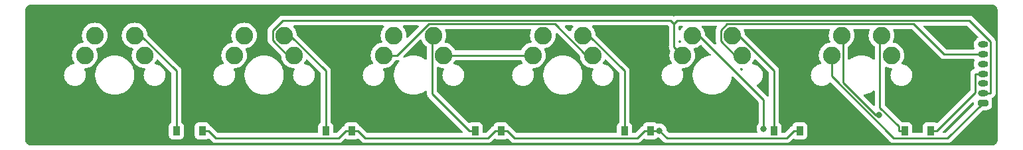
<source format=gbr>
%TF.GenerationSoftware,KiCad,Pcbnew,(6.0.2)*%
%TF.CreationDate,2022-03-15T14:51:57+03:00*%
%TF.ProjectId,kinesis-top-pcb,6b696e65-7369-4732-9d74-6f702d706362,rev?*%
%TF.SameCoordinates,Original*%
%TF.FileFunction,Copper,L2,Bot*%
%TF.FilePolarity,Positive*%
%FSLAX46Y46*%
G04 Gerber Fmt 4.6, Leading zero omitted, Abs format (unit mm)*
G04 Created by KiCad (PCBNEW (6.0.2)) date 2022-03-15 14:51:57*
%MOMM*%
%LPD*%
G01*
G04 APERTURE LIST*
G04 Aperture macros list*
%AMRoundRect*
0 Rectangle with rounded corners*
0 $1 Rounding radius*
0 $2 $3 $4 $5 $6 $7 $8 $9 X,Y pos of 4 corners*
0 Add a 4 corners polygon primitive as box body*
4,1,4,$2,$3,$4,$5,$6,$7,$8,$9,$2,$3,0*
0 Add four circle primitives for the rounded corners*
1,1,$1+$1,$2,$3*
1,1,$1+$1,$4,$5*
1,1,$1+$1,$6,$7*
1,1,$1+$1,$8,$9*
0 Add four rect primitives between the rounded corners*
20,1,$1+$1,$2,$3,$4,$5,0*
20,1,$1+$1,$4,$5,$6,$7,0*
20,1,$1+$1,$6,$7,$8,$9,0*
20,1,$1+$1,$8,$9,$2,$3,0*%
G04 Aperture macros list end*
%TA.AperFunction,ComponentPad*%
%ADD10RoundRect,0.200000X0.450000X-0.200000X0.450000X0.200000X-0.450000X0.200000X-0.450000X-0.200000X0*%
%TD*%
%TA.AperFunction,ComponentPad*%
%ADD11O,1.300000X0.800000*%
%TD*%
%TA.AperFunction,ComponentPad*%
%ADD12C,2.250000*%
%TD*%
%TA.AperFunction,SMDPad,CuDef*%
%ADD13R,0.900000X1.200000*%
%TD*%
%TA.AperFunction,ViaPad*%
%ADD14C,0.800000*%
%TD*%
%TA.AperFunction,Conductor*%
%ADD15C,0.250000*%
%TD*%
G04 APERTURE END LIST*
D10*
%TO.P,J1,1*%
%TO.N,COL_5*%
X146447000Y-54768800D03*
D11*
%TO.P,J1,2*%
%TO.N,COL_4*%
X146447000Y-53518800D03*
%TO.P,J1,3*%
%TO.N,COL_3*%
X146447000Y-52268800D03*
%TO.P,J1,4*%
%TO.N,ROW_0*%
X146447000Y-51018800D03*
%TO.P,J1,5*%
%TO.N,COL_2*%
X146447000Y-49768800D03*
%TO.P,J1,6*%
%TO.N,COL_1*%
X146447000Y-48518800D03*
%TO.P,J1,7*%
%TO.N,COL_0*%
X146447000Y-47268800D03*
%TD*%
D12*
%TO.P,K2,1*%
%TO.N,COL_1*%
X50958800Y-48656900D03*
%TO.P,K2,2*%
%TO.N,Net-(D2-Pad2)*%
X57308800Y-46116900D03*
%TD*%
%TO.P,K3,1*%
%TO.N,COL_2*%
X70008800Y-48656900D03*
%TO.P,K3,2*%
%TO.N,Net-(D3-Pad2)*%
X76358800Y-46116900D03*
%TD*%
%TO.P,K4,1*%
%TO.N,COL_3*%
X89058800Y-48656900D03*
%TO.P,K4,2*%
%TO.N,Net-(D4-Pad2)*%
X95408800Y-46116900D03*
%TD*%
%TO.P,K5,1*%
%TO.N,COL_4*%
X108109000Y-48656900D03*
%TO.P,K5,2*%
%TO.N,Net-(D5-Pad2)*%
X114459000Y-46116900D03*
%TD*%
%TO.P,K6,1*%
%TO.N,COL_5*%
X127159000Y-48656900D03*
%TO.P,K6,2*%
%TO.N,Net-(D6-Pad2)*%
X133509000Y-46116900D03*
%TD*%
%TO.P,K1,1*%
%TO.N,COL_0*%
X31908800Y-48656900D03*
%TO.P,K1,2*%
%TO.N,Net-(D1-Pad2)*%
X38258800Y-46116900D03*
%TD*%
D13*
%TO.P,D1,1*%
%TO.N,ROW_0*%
X46893800Y-58340600D03*
%TO.P,D1,2*%
%TO.N,Net-(D1-Pad2)*%
X43593800Y-58340600D03*
%TD*%
%TO.P,D2,1*%
%TO.N,ROW_0*%
X65943800Y-58340600D03*
%TO.P,D2,2*%
%TO.N,Net-(D2-Pad2)*%
X62643800Y-58340600D03*
%TD*%
%TO.P,D4,1*%
%TO.N,ROW_0*%
X104044000Y-58340600D03*
%TO.P,D4,2*%
%TO.N,Net-(D4-Pad2)*%
X100744000Y-58340600D03*
%TD*%
%TO.P,D6,1*%
%TO.N,ROW_0*%
X139762000Y-58340600D03*
%TO.P,D6,2*%
%TO.N,Net-(D6-Pad2)*%
X136462000Y-58340600D03*
%TD*%
%TO.P,D5,1*%
%TO.N,ROW_0*%
X123094000Y-58340600D03*
%TO.P,D5,2*%
%TO.N,Net-(D5-Pad2)*%
X119794000Y-58340600D03*
%TD*%
%TO.P,D3,1*%
%TO.N,ROW_0*%
X84993800Y-58340600D03*
%TO.P,D3,2*%
%TO.N,Net-(D3-Pad2)*%
X81693800Y-58340600D03*
%TD*%
D12*
%TO.P,K7,1*%
%TO.N,COL_5*%
X39528800Y-48656900D03*
%TO.P,K7,2*%
%TO.N,Net-(D7-Pad2)*%
X33178800Y-46116900D03*
%TD*%
%TO.P,K8,1*%
%TO.N,COL_4*%
X58578800Y-48656900D03*
%TO.P,K8,2*%
%TO.N,Net-(D8-Pad2)*%
X52228800Y-46116900D03*
%TD*%
%TO.P,K9,1*%
%TO.N,COL_3*%
X77628800Y-48656900D03*
%TO.P,K9,2*%
%TO.N,Net-(D9-Pad2)*%
X71278800Y-46116900D03*
%TD*%
%TO.P,K10,1*%
%TO.N,COL_2*%
X96678800Y-48656900D03*
%TO.P,K10,2*%
%TO.N,Net-(D10-Pad2)*%
X90328800Y-46116900D03*
%TD*%
%TO.P,K11,1*%
%TO.N,COL_1*%
X115729000Y-48656900D03*
%TO.P,K11,2*%
%TO.N,Net-(D11-Pad2)*%
X109379000Y-46116900D03*
%TD*%
%TO.P,K12,1*%
%TO.N,COL_0*%
X134779000Y-48656900D03*
%TO.P,K12,2*%
%TO.N,Net-(D12-Pad2)*%
X128429000Y-46116900D03*
%TD*%
D14*
%TO.N,ROW_0*%
X105189800Y-58319300D03*
%TO.N,Net-(D11-Pad2)*%
X118484300Y-58056400D03*
%TO.N,Net-(D12-Pad2)*%
X133213800Y-56293600D03*
%TD*%
D15*
%TO.N,ROW_0*%
X67644500Y-59266000D02*
X83293100Y-59266000D01*
X65168500Y-58340600D02*
X64238300Y-59270800D01*
X145471700Y-53406200D02*
X140537300Y-58340600D01*
X86694500Y-59266000D02*
X85769100Y-58340600D01*
X106136500Y-59266000D02*
X121393300Y-59266000D01*
X66719100Y-58340600D02*
X67644500Y-59266000D01*
X105189800Y-58319300D02*
X106136500Y-59266000D01*
X84993800Y-58340600D02*
X85769100Y-58340600D01*
X104044000Y-58340600D02*
X104819300Y-58340600D01*
X66331500Y-58340600D02*
X66719100Y-58340600D01*
X103268700Y-58340600D02*
X102343300Y-59266000D01*
X146447000Y-51018800D02*
X145471700Y-51018800D01*
X103656400Y-58340600D02*
X104044000Y-58340600D01*
X65943800Y-58340600D02*
X65168500Y-58340600D01*
X64238300Y-59270800D02*
X48599300Y-59270800D01*
X103656400Y-58340600D02*
X103268700Y-58340600D01*
X83293100Y-59266000D02*
X84218500Y-58340600D01*
X84993800Y-58340600D02*
X84218500Y-58340600D01*
X104819300Y-58340600D02*
X104840600Y-58319300D01*
X46893800Y-58340600D02*
X47669100Y-58340600D01*
X104840600Y-58319300D02*
X105189800Y-58319300D01*
X145471700Y-51018800D02*
X145471700Y-53406200D01*
X48599300Y-59270800D02*
X47669100Y-58340600D01*
X123094000Y-58340600D02*
X122318700Y-58340600D01*
X102343300Y-59266000D02*
X86694500Y-59266000D01*
X66331500Y-58340600D02*
X65943800Y-58340600D01*
X121393300Y-59266000D02*
X122318700Y-58340600D01*
X139762000Y-58340600D02*
X140537300Y-58340600D01*
%TO.N,Net-(D1-Pad2)*%
X43593800Y-50658200D02*
X43593800Y-58340600D01*
X38258800Y-46116900D02*
X39052500Y-46116900D01*
X39052500Y-46116900D02*
X43593800Y-50658200D01*
%TO.N,Net-(D2-Pad2)*%
X62643800Y-50663300D02*
X62643800Y-58340600D01*
X58097400Y-46116900D02*
X62643800Y-50663300D01*
X57308800Y-46116900D02*
X58097400Y-46116900D01*
%TO.N,Net-(D3-Pad2)*%
X76358800Y-46116900D02*
X76172400Y-46303300D01*
X76172400Y-46303300D02*
X76172400Y-53594500D01*
X76172400Y-53594500D02*
X80918500Y-58340600D01*
X81693800Y-58340600D02*
X80918500Y-58340600D01*
%TO.N,COL_1*%
X141473900Y-48518800D02*
X146447000Y-48518800D01*
X137613200Y-44658100D02*
X141473900Y-48518800D01*
X114849600Y-48656900D02*
X113002700Y-46810000D01*
X113002700Y-46810000D02*
X113002700Y-45460300D01*
X115729000Y-48656900D02*
X114849600Y-48656900D01*
X113002700Y-45460300D02*
X113804900Y-44658100D01*
X113804900Y-44658100D02*
X137613200Y-44658100D01*
%TO.N,COL_2*%
X95884200Y-48656900D02*
X91890500Y-44663200D01*
X91890500Y-44663200D02*
X75742700Y-44663200D01*
X71749000Y-48656900D02*
X70008800Y-48656900D01*
X75742700Y-44663200D02*
X71749000Y-48656900D01*
X96678800Y-48656900D02*
X95884200Y-48656900D01*
%TO.N,COL_3*%
X77628800Y-48656900D02*
X89058800Y-48656900D01*
%TO.N,COL_4*%
X107420400Y-44203900D02*
X107025100Y-44599200D01*
X106627200Y-44201300D02*
X107025100Y-44599200D01*
X55850600Y-46723300D02*
X55850600Y-45495000D01*
X146447000Y-53518800D02*
X147422300Y-53518800D01*
X144698000Y-44203900D02*
X107420400Y-44203900D01*
X58578800Y-48656900D02*
X57784200Y-48656900D01*
X57784200Y-48656900D02*
X55850600Y-46723300D01*
X55850600Y-45495000D02*
X57144300Y-44201300D01*
X57144300Y-44201300D02*
X106627200Y-44201300D01*
X147422300Y-53518800D02*
X147422300Y-46928200D01*
X147422300Y-46928200D02*
X144698000Y-44203900D01*
X107025100Y-47573000D02*
X108109000Y-48656900D01*
X107025100Y-44599200D02*
X107025100Y-47573000D01*
%TO.N,COL_5*%
X135070000Y-59266000D02*
X141949800Y-59266000D01*
X127159000Y-51355000D02*
X135070000Y-59266000D01*
X127159000Y-48656900D02*
X127159000Y-51355000D01*
X141949800Y-59266000D02*
X146447000Y-54768800D01*
%TO.N,Net-(D11-Pad2)*%
X118484300Y-54379800D02*
X118484300Y-58056400D01*
X110221400Y-46116900D02*
X118484300Y-54379800D01*
X109379000Y-46116900D02*
X110221400Y-46116900D01*
%TO.N,Net-(D12-Pad2)*%
X128429000Y-46116900D02*
X128615100Y-46303000D01*
X128615100Y-52146300D02*
X132762400Y-56293600D01*
X128615100Y-46303000D02*
X128615100Y-52146300D01*
X132762400Y-56293600D02*
X133213800Y-56293600D01*
%TO.N,Net-(D4-Pad2)*%
X96194700Y-46116900D02*
X100744000Y-50666200D01*
X100744000Y-50666200D02*
X100744000Y-58340600D01*
X95408800Y-46116900D02*
X96194700Y-46116900D01*
%TO.N,Net-(D5-Pad2)*%
X119794000Y-50619900D02*
X119794000Y-58340600D01*
X114459000Y-46116900D02*
X115291000Y-46116900D01*
X115291000Y-46116900D02*
X119794000Y-50619900D01*
%TO.N,Net-(D6-Pad2)*%
X133301200Y-55355200D02*
X133301200Y-46324700D01*
X135686700Y-57740700D02*
X133301200Y-55355200D01*
X136462000Y-58340600D02*
X135686700Y-58340600D01*
X135686700Y-58340600D02*
X135686700Y-57740700D01*
X133301200Y-46324700D02*
X133509000Y-46116900D01*
%TD*%
%TA.AperFunction,NonConductor*%
G36*
X108118408Y-44857402D02*
G01*
X108164901Y-44911058D01*
X108175005Y-44981332D01*
X108146099Y-45045228D01*
X108053384Y-45153784D01*
X107919040Y-45373013D01*
X107917147Y-45377583D01*
X107917145Y-45377587D01*
X107901009Y-45416544D01*
X107856461Y-45471825D01*
X107789098Y-45494246D01*
X107720306Y-45476688D01*
X107671928Y-45424726D01*
X107658600Y-45368326D01*
X107658600Y-44963400D01*
X107678602Y-44895279D01*
X107732258Y-44848786D01*
X107784600Y-44837400D01*
X108050287Y-44837400D01*
X108118408Y-44857402D01*
G37*
%TD.AperFunction*%
%TA.AperFunction,NonConductor*%
G36*
X94150428Y-44854802D02*
G01*
X94196921Y-44908458D01*
X94207025Y-44978732D01*
X94178118Y-45042630D01*
X94083184Y-45153784D01*
X93948840Y-45373013D01*
X93946947Y-45377583D01*
X93888433Y-45518848D01*
X93843884Y-45574128D01*
X93776521Y-45596549D01*
X93707730Y-45578991D01*
X93682929Y-45559724D01*
X93173100Y-45049895D01*
X93139074Y-44987583D01*
X93144139Y-44916768D01*
X93186686Y-44859932D01*
X93253206Y-44835121D01*
X93262195Y-44834800D01*
X94082307Y-44834800D01*
X94150428Y-44854802D01*
G37*
%TD.AperFunction*%
%TA.AperFunction,NonConductor*%
G36*
X74439127Y-44854802D02*
G01*
X74485620Y-44908458D01*
X74495724Y-44978732D01*
X74466230Y-45043312D01*
X74460103Y-45049893D01*
X73118213Y-46391782D01*
X73055903Y-46425807D01*
X72985088Y-46420742D01*
X72928252Y-46378195D01*
X72903441Y-46311675D01*
X72903508Y-46292801D01*
X72916963Y-46121831D01*
X72916963Y-46121830D01*
X72917351Y-46116900D01*
X72897178Y-45860574D01*
X72891369Y-45836374D01*
X72838310Y-45615372D01*
X72837155Y-45610560D01*
X72835261Y-45605987D01*
X72740655Y-45377587D01*
X72740653Y-45377583D01*
X72738760Y-45373013D01*
X72604416Y-45153784D01*
X72509482Y-45042630D01*
X72480451Y-44977840D01*
X72491056Y-44907640D01*
X72537931Y-44854318D01*
X72605293Y-44834800D01*
X74371006Y-44834800D01*
X74439127Y-44854802D01*
G37*
%TD.AperFunction*%
%TA.AperFunction,NonConductor*%
G36*
X107867112Y-46770250D02*
G01*
X107901009Y-46817256D01*
X107919040Y-46860787D01*
X107920441Y-46863074D01*
X107933427Y-46932231D01*
X107906724Y-46998015D01*
X107848696Y-47038919D01*
X107837469Y-47042172D01*
X107814013Y-47047803D01*
X107743105Y-47044255D01*
X107685371Y-47002935D01*
X107659142Y-46936961D01*
X107658600Y-46925284D01*
X107658600Y-46865474D01*
X107678602Y-46797353D01*
X107732258Y-46750860D01*
X107802532Y-46740756D01*
X107867112Y-46770250D01*
G37*
%TD.AperFunction*%
%TA.AperFunction,NonConductor*%
G36*
X112495052Y-44857402D02*
G01*
X112541545Y-44911058D01*
X112551649Y-44981332D01*
X112526498Y-45040616D01*
X112524097Y-45043712D01*
X112516382Y-45052747D01*
X112486114Y-45084979D01*
X112482295Y-45091925D01*
X112482293Y-45091928D01*
X112476352Y-45102734D01*
X112465501Y-45119253D01*
X112453086Y-45135259D01*
X112449941Y-45142528D01*
X112449938Y-45142532D01*
X112435526Y-45175837D01*
X112430309Y-45186487D01*
X112409005Y-45225240D01*
X112407034Y-45232915D01*
X112407034Y-45232916D01*
X112403967Y-45244862D01*
X112397563Y-45263566D01*
X112395811Y-45267616D01*
X112389519Y-45282155D01*
X112388280Y-45289978D01*
X112388277Y-45289988D01*
X112382601Y-45325824D01*
X112380195Y-45337444D01*
X112372147Y-45368793D01*
X112369200Y-45380270D01*
X112369200Y-45400524D01*
X112367649Y-45420234D01*
X112364480Y-45440243D01*
X112365226Y-45448135D01*
X112368641Y-45484261D01*
X112369200Y-45496119D01*
X112369200Y-46731233D01*
X112368673Y-46742416D01*
X112366998Y-46749909D01*
X112367247Y-46757835D01*
X112367247Y-46757836D01*
X112369138Y-46817986D01*
X112369200Y-46821945D01*
X112369200Y-46849856D01*
X112369697Y-46853790D01*
X112369697Y-46853791D01*
X112369705Y-46853856D01*
X112370638Y-46865693D01*
X112372027Y-46909889D01*
X112374454Y-46918242D01*
X112377678Y-46929339D01*
X112381687Y-46948700D01*
X112384226Y-46968797D01*
X112387145Y-46976168D01*
X112387145Y-46976170D01*
X112400504Y-47009912D01*
X112404349Y-47021142D01*
X112405575Y-47025362D01*
X112416682Y-47063593D01*
X112420716Y-47070414D01*
X112423866Y-47077693D01*
X112422031Y-47078487D01*
X112436894Y-47137059D01*
X112414380Y-47204391D01*
X112359037Y-47248862D01*
X112288437Y-47256353D01*
X112221886Y-47221481D01*
X111041900Y-46041495D01*
X111007874Y-45979183D01*
X111005383Y-45962286D01*
X110997766Y-45865508D01*
X110997766Y-45865507D01*
X110997378Y-45860574D01*
X110991569Y-45836374D01*
X110938510Y-45615372D01*
X110937355Y-45610560D01*
X110935461Y-45605987D01*
X110840855Y-45377587D01*
X110840853Y-45377583D01*
X110838960Y-45373013D01*
X110704616Y-45153784D01*
X110611901Y-45045228D01*
X110582871Y-44980441D01*
X110593476Y-44910241D01*
X110640351Y-44856918D01*
X110707713Y-44837400D01*
X112426931Y-44837400D01*
X112495052Y-44857402D01*
G37*
%TD.AperFunction*%
%TA.AperFunction,NonConductor*%
G36*
X144451527Y-44857402D02*
G01*
X144472501Y-44874305D01*
X145840581Y-46242386D01*
X145874607Y-46304698D01*
X145869542Y-46375514D01*
X145826995Y-46432349D01*
X145814491Y-46440597D01*
X145660056Y-46529760D01*
X145655149Y-46534178D01*
X145655148Y-46534179D01*
X145523045Y-46653125D01*
X145518134Y-46657547D01*
X145464598Y-46731233D01*
X145415116Y-46799339D01*
X145405882Y-46812048D01*
X145403198Y-46818076D01*
X145403197Y-46818078D01*
X145330943Y-46980364D01*
X145328206Y-46986512D01*
X145311822Y-47063593D01*
X145290170Y-47165458D01*
X145288500Y-47173313D01*
X145288500Y-47364287D01*
X145289872Y-47370739D01*
X145289872Y-47370744D01*
X145304446Y-47439305D01*
X145328206Y-47551088D01*
X145330891Y-47557118D01*
X145330891Y-47557119D01*
X145398090Y-47708051D01*
X145407524Y-47778418D01*
X145377417Y-47842715D01*
X145317329Y-47880529D01*
X145282983Y-47885300D01*
X141788495Y-47885300D01*
X141720374Y-47865298D01*
X141699400Y-47848395D01*
X138903500Y-45052495D01*
X138869474Y-44990183D01*
X138874539Y-44919368D01*
X138917086Y-44862532D01*
X138983606Y-44837721D01*
X138992595Y-44837400D01*
X144383406Y-44837400D01*
X144451527Y-44857402D01*
G37*
%TD.AperFunction*%
%TA.AperFunction,NonConductor*%
G36*
X88779998Y-45316702D02*
G01*
X88826491Y-45370358D01*
X88836595Y-45440632D01*
X88828286Y-45470918D01*
X88772339Y-45605986D01*
X88772339Y-45605987D01*
X88770445Y-45610560D01*
X88769290Y-45615372D01*
X88716232Y-45836374D01*
X88710422Y-45860574D01*
X88690249Y-46116900D01*
X88710422Y-46373226D01*
X88711576Y-46378033D01*
X88711577Y-46378039D01*
X88724616Y-46432349D01*
X88770445Y-46623240D01*
X88772338Y-46627811D01*
X88772339Y-46627813D01*
X88775884Y-46636372D01*
X88868840Y-46860787D01*
X88870241Y-46863074D01*
X88883227Y-46932231D01*
X88856524Y-46998015D01*
X88798496Y-47038919D01*
X88787270Y-47042172D01*
X88701176Y-47062841D01*
X88552460Y-47098545D01*
X88547889Y-47100438D01*
X88547887Y-47100439D01*
X88319487Y-47195045D01*
X88319483Y-47195047D01*
X88314913Y-47196940D01*
X88095684Y-47331284D01*
X87900169Y-47498269D01*
X87733184Y-47693784D01*
X87598840Y-47913013D01*
X87596947Y-47917583D01*
X87596943Y-47917591D01*
X87585335Y-47945617D01*
X87540788Y-48000898D01*
X87468926Y-48023400D01*
X79218674Y-48023400D01*
X79150553Y-48003398D01*
X79102265Y-47945617D01*
X79090657Y-47917591D01*
X79090653Y-47917583D01*
X79088760Y-47913013D01*
X78954416Y-47693784D01*
X78787431Y-47498269D01*
X78591916Y-47331284D01*
X78372687Y-47196940D01*
X78368117Y-47195047D01*
X78368113Y-47195045D01*
X78139713Y-47100439D01*
X78139711Y-47100438D01*
X78135140Y-47098545D01*
X77986424Y-47062841D01*
X77900330Y-47042172D01*
X77838761Y-47006820D01*
X77806078Y-46943793D01*
X77812659Y-46873102D01*
X77816733Y-46864095D01*
X77818760Y-46860787D01*
X77911716Y-46636372D01*
X77915261Y-46627813D01*
X77915262Y-46627811D01*
X77917155Y-46623240D01*
X77962984Y-46432349D01*
X77976023Y-46378039D01*
X77976024Y-46378033D01*
X77977178Y-46373226D01*
X77997351Y-46116900D01*
X77977178Y-45860574D01*
X77971369Y-45836374D01*
X77918310Y-45615372D01*
X77917155Y-45610560D01*
X77915261Y-45605987D01*
X77915261Y-45605986D01*
X77859314Y-45470918D01*
X77851725Y-45400328D01*
X77883505Y-45336841D01*
X77944563Y-45300614D01*
X77975723Y-45296700D01*
X88711877Y-45296700D01*
X88779998Y-45316702D01*
G37*
%TD.AperFunction*%
%TA.AperFunction,NonConductor*%
G36*
X74764533Y-46641437D02*
G01*
X74821369Y-46683984D01*
X74836910Y-46711275D01*
X74891323Y-46842639D01*
X74898840Y-46860787D01*
X75033184Y-47080016D01*
X75200169Y-47275531D01*
X75395684Y-47442516D01*
X75399899Y-47445099D01*
X75399910Y-47445107D01*
X75478735Y-47493411D01*
X75526366Y-47546058D01*
X75538900Y-47600843D01*
X75538900Y-49104421D01*
X75518898Y-49172542D01*
X75465242Y-49219035D01*
X75394968Y-49229139D01*
X75332585Y-49201506D01*
X75311184Y-49183802D01*
X75292582Y-49168413D01*
X75088643Y-49038989D01*
X75030071Y-49001818D01*
X75030070Y-49001818D01*
X75026724Y-48999694D01*
X75023145Y-48998010D01*
X75023138Y-48998006D01*
X74745406Y-48867316D01*
X74745402Y-48867314D01*
X74741816Y-48865627D01*
X74442352Y-48768325D01*
X74133054Y-48709323D01*
X74039500Y-48703437D01*
X73899442Y-48694625D01*
X73899426Y-48694624D01*
X73897447Y-48694500D01*
X73740153Y-48694500D01*
X73738174Y-48694624D01*
X73738158Y-48694625D01*
X73598100Y-48703437D01*
X73504546Y-48709323D01*
X73195248Y-48768325D01*
X72895784Y-48865627D01*
X72892198Y-48867314D01*
X72892194Y-48867316D01*
X72680913Y-48966737D01*
X72610759Y-48977643D01*
X72545846Y-48948890D01*
X72506782Y-48889606D01*
X72505971Y-48818614D01*
X72538170Y-48763634D01*
X74631406Y-46670398D01*
X74693718Y-46636372D01*
X74764533Y-46641437D01*
G37*
%TD.AperFunction*%
%TA.AperFunction,NonConductor*%
G36*
X131962311Y-45311602D02*
G01*
X132008804Y-45365258D01*
X132018908Y-45435532D01*
X132010599Y-45465818D01*
X132008111Y-45471825D01*
X131952540Y-45605986D01*
X131950645Y-45610560D01*
X131949490Y-45615372D01*
X131896432Y-45836374D01*
X131890622Y-45860574D01*
X131870449Y-46116900D01*
X131890622Y-46373226D01*
X131891776Y-46378033D01*
X131891777Y-46378039D01*
X131904816Y-46432349D01*
X131950645Y-46623240D01*
X131952538Y-46627811D01*
X131952539Y-46627813D01*
X132041523Y-46842639D01*
X132049040Y-46860787D01*
X132183384Y-47080016D01*
X132350369Y-47275531D01*
X132545884Y-47442516D01*
X132550099Y-47445099D01*
X132550110Y-47445107D01*
X132607535Y-47480297D01*
X132655166Y-47532944D01*
X132667700Y-47587729D01*
X132667700Y-49086718D01*
X132647698Y-49154839D01*
X132594042Y-49201332D01*
X132523768Y-49211436D01*
X132461384Y-49183802D01*
X132460901Y-49183402D01*
X132442782Y-49168413D01*
X132238843Y-49038989D01*
X132180271Y-49001818D01*
X132180270Y-49001818D01*
X132176924Y-48999694D01*
X132173345Y-48998010D01*
X132173338Y-48998006D01*
X131895606Y-48867316D01*
X131895602Y-48867314D01*
X131892016Y-48865627D01*
X131592552Y-48768325D01*
X131283254Y-48709323D01*
X131189700Y-48703437D01*
X131049642Y-48694625D01*
X131049626Y-48694624D01*
X131047647Y-48694500D01*
X130890353Y-48694500D01*
X130888374Y-48694624D01*
X130888358Y-48694625D01*
X130748300Y-48703437D01*
X130654746Y-48709323D01*
X130345448Y-48768325D01*
X130045984Y-48865627D01*
X130042398Y-48867314D01*
X130042394Y-48867316D01*
X129764662Y-48998006D01*
X129764655Y-48998010D01*
X129761076Y-48999694D01*
X129757730Y-49001818D01*
X129757729Y-49001818D01*
X129699157Y-49038989D01*
X129495218Y-49168413D01*
X129492170Y-49170935D01*
X129492168Y-49170936D01*
X129454915Y-49201754D01*
X129389677Y-49229764D01*
X129319652Y-49218056D01*
X129267073Y-49170349D01*
X129248600Y-49104669D01*
X129248600Y-47601027D01*
X129268602Y-47532906D01*
X129308765Y-47493595D01*
X129387890Y-47445107D01*
X129387901Y-47445099D01*
X129392116Y-47442516D01*
X129587631Y-47275531D01*
X129754616Y-47080016D01*
X129888960Y-46860787D01*
X129896478Y-46842639D01*
X129985461Y-46627813D01*
X129985462Y-46627811D01*
X129987355Y-46623240D01*
X130033184Y-46432349D01*
X130046223Y-46378039D01*
X130046224Y-46378033D01*
X130047378Y-46373226D01*
X130067551Y-46116900D01*
X130047378Y-45860574D01*
X130041569Y-45836374D01*
X129988510Y-45615372D01*
X129987355Y-45610560D01*
X129985461Y-45605986D01*
X129929889Y-45471825D01*
X129927401Y-45465818D01*
X129919812Y-45395228D01*
X129951591Y-45331741D01*
X130012649Y-45295514D01*
X130043810Y-45291600D01*
X131894190Y-45291600D01*
X131962311Y-45311602D01*
G37*
%TD.AperFunction*%
%TA.AperFunction,NonConductor*%
G36*
X115599339Y-50285247D02*
G01*
X115671300Y-50290910D01*
X115710643Y-50294006D01*
X115776984Y-50319291D01*
X115819124Y-50376429D01*
X115823683Y-50447279D01*
X115813074Y-50476722D01*
X115778511Y-50544703D01*
X115729808Y-50596361D01*
X115660908Y-50613488D01*
X115593687Y-50590646D01*
X115577099Y-50576694D01*
X115500359Y-50499954D01*
X115466333Y-50437642D01*
X115471398Y-50366827D01*
X115513945Y-50309991D01*
X115580465Y-50285180D01*
X115599339Y-50285247D01*
G37*
%TD.AperFunction*%
%TA.AperFunction,NonConductor*%
G36*
X117441024Y-49168362D02*
G01*
X117465825Y-49187629D01*
X119123595Y-50845399D01*
X119157621Y-50907711D01*
X119160500Y-50934494D01*
X119160500Y-53850307D01*
X119140498Y-53918428D01*
X119086842Y-53964921D01*
X119016568Y-53975025D01*
X118951988Y-53945531D01*
X118951478Y-53945041D01*
X118949772Y-53942693D01*
X118915706Y-53914511D01*
X118906927Y-53906522D01*
X117621478Y-52621073D01*
X117587452Y-52558761D01*
X117592517Y-52487946D01*
X117635064Y-52431110D01*
X117658825Y-52417095D01*
X117669415Y-52412325D01*
X117669418Y-52412323D01*
X117674278Y-52410134D01*
X117869041Y-52279012D01*
X118038927Y-52116949D01*
X118179078Y-51928579D01*
X118239719Y-51809308D01*
X118283069Y-51724044D01*
X118283069Y-51724043D01*
X118285487Y-51719288D01*
X118355111Y-51495060D01*
X118370445Y-51379369D01*
X118385261Y-51267590D01*
X118385261Y-51267587D01*
X118385961Y-51262307D01*
X118377152Y-51027684D01*
X118351979Y-50907711D01*
X118330035Y-50803126D01*
X118330034Y-50803123D01*
X118328938Y-50797899D01*
X118242698Y-50579523D01*
X118176223Y-50469976D01*
X118123664Y-50383361D01*
X118123662Y-50383358D01*
X118120896Y-50378800D01*
X117967015Y-50201468D01*
X117951959Y-50189123D01*
X117789584Y-50055983D01*
X117789578Y-50055979D01*
X117785456Y-50052599D01*
X117780820Y-50049960D01*
X117780817Y-50049958D01*
X117586053Y-49939092D01*
X117581410Y-49936449D01*
X117360711Y-49856339D01*
X117355462Y-49855390D01*
X117355459Y-49855389D01*
X117135440Y-49815603D01*
X117071966Y-49783799D01*
X117035763Y-49722726D01*
X117038325Y-49651776D01*
X117054650Y-49620037D01*
X117054616Y-49620016D01*
X117054893Y-49619564D01*
X117188960Y-49400787D01*
X117190857Y-49396209D01*
X117260321Y-49228506D01*
X117304869Y-49173225D01*
X117372233Y-49150804D01*
X117441024Y-49168362D01*
G37*
%TD.AperFunction*%
%TA.AperFunction,NonConductor*%
G36*
X132596646Y-53193694D02*
G01*
X132649226Y-53241400D01*
X132667700Y-53307082D01*
X132667700Y-54998805D01*
X132647698Y-55066926D01*
X132594042Y-55113419D01*
X132523768Y-55123523D01*
X132459188Y-55094029D01*
X132452605Y-55087900D01*
X131254951Y-53890247D01*
X131220926Y-53827935D01*
X131225990Y-53757120D01*
X131268537Y-53700284D01*
X131320436Y-53677384D01*
X131592552Y-53625475D01*
X131892016Y-53528173D01*
X131895602Y-53526486D01*
X131895606Y-53526484D01*
X132173338Y-53395794D01*
X132173345Y-53395790D01*
X132176924Y-53394106D01*
X132442782Y-53225387D01*
X132461384Y-53209998D01*
X132526621Y-53181988D01*
X132596646Y-53193694D01*
G37*
%TD.AperFunction*%
%TA.AperFunction,NonConductor*%
G36*
X92153462Y-45824064D02*
G01*
X92167770Y-45836374D01*
X95011817Y-48680421D01*
X95045843Y-48742733D01*
X95048334Y-48759629D01*
X95060422Y-48913226D01*
X95061576Y-48918033D01*
X95061577Y-48918039D01*
X95080038Y-48994934D01*
X95120445Y-49163240D01*
X95122338Y-49167811D01*
X95122339Y-49167813D01*
X95216944Y-49396209D01*
X95218840Y-49400787D01*
X95353184Y-49620016D01*
X95520169Y-49815531D01*
X95715684Y-49982516D01*
X95934913Y-50116860D01*
X95939483Y-50118753D01*
X95939487Y-50118755D01*
X96167887Y-50213361D01*
X96172460Y-50215255D01*
X96244732Y-50232606D01*
X96417661Y-50274123D01*
X96417667Y-50274124D01*
X96422474Y-50275278D01*
X96660444Y-50294006D01*
X96726784Y-50319291D01*
X96768924Y-50376429D01*
X96773483Y-50447279D01*
X96762874Y-50476723D01*
X96670605Y-50658202D01*
X96662313Y-50674512D01*
X96592689Y-50898740D01*
X96591988Y-50904029D01*
X96574662Y-51034751D01*
X96561839Y-51131493D01*
X96570648Y-51366116D01*
X96573429Y-51379369D01*
X96596594Y-51489771D01*
X96618862Y-51595901D01*
X96705102Y-51814277D01*
X96826904Y-52015000D01*
X96980785Y-52192332D01*
X96984917Y-52195720D01*
X97158216Y-52337817D01*
X97158222Y-52337821D01*
X97162344Y-52341201D01*
X97166980Y-52343840D01*
X97166983Y-52343842D01*
X97278208Y-52407155D01*
X97366390Y-52457351D01*
X97587089Y-52537461D01*
X97592338Y-52538410D01*
X97592341Y-52538411D01*
X97673415Y-52553071D01*
X97818130Y-52579240D01*
X97822269Y-52579435D01*
X97822276Y-52579436D01*
X97841240Y-52580330D01*
X97841249Y-52580330D01*
X97842729Y-52580400D01*
X98007750Y-52580400D01*
X98089099Y-52573497D01*
X98177437Y-52566002D01*
X98177441Y-52566001D01*
X98182748Y-52565551D01*
X98187903Y-52564213D01*
X98187909Y-52564212D01*
X98404835Y-52507909D01*
X98404834Y-52507909D01*
X98410006Y-52506567D01*
X98414872Y-52504375D01*
X98414875Y-52504374D01*
X98619217Y-52412324D01*
X98619220Y-52412323D01*
X98624078Y-52410134D01*
X98818841Y-52279012D01*
X98988727Y-52116949D01*
X99128878Y-51928579D01*
X99189519Y-51809308D01*
X99232869Y-51724044D01*
X99232869Y-51724043D01*
X99235287Y-51719288D01*
X99304911Y-51495060D01*
X99320245Y-51379369D01*
X99335061Y-51267590D01*
X99335061Y-51267587D01*
X99335761Y-51262307D01*
X99326952Y-51027684D01*
X99301779Y-50907711D01*
X99279835Y-50803126D01*
X99279834Y-50803123D01*
X99278738Y-50797899D01*
X99192498Y-50579523D01*
X99126023Y-50469976D01*
X99073464Y-50383361D01*
X99073462Y-50383358D01*
X99070696Y-50378800D01*
X98916815Y-50201468D01*
X98901759Y-50189123D01*
X98739384Y-50055983D01*
X98739378Y-50055979D01*
X98735256Y-50052599D01*
X98730620Y-50049960D01*
X98730617Y-50049958D01*
X98535853Y-49939092D01*
X98531210Y-49936449D01*
X98310511Y-49856339D01*
X98305262Y-49855390D01*
X98305259Y-49855389D01*
X98085240Y-49815603D01*
X98021766Y-49783799D01*
X97985563Y-49722726D01*
X97988125Y-49651776D01*
X98004450Y-49620037D01*
X98004416Y-49620016D01*
X98004693Y-49619564D01*
X98138760Y-49400787D01*
X98140657Y-49396209D01*
X98168268Y-49329549D01*
X98196619Y-49261103D01*
X98241166Y-49205823D01*
X98308529Y-49183402D01*
X98377321Y-49200960D01*
X98402122Y-49220227D01*
X100073595Y-50891700D01*
X100107621Y-50954012D01*
X100110500Y-50980795D01*
X100110500Y-57182167D01*
X100090498Y-57250288D01*
X100048322Y-57289600D01*
X100047295Y-57289985D01*
X99930739Y-57377339D01*
X99843385Y-57493895D01*
X99792255Y-57630284D01*
X99785500Y-57692466D01*
X99785500Y-58506500D01*
X99765498Y-58574621D01*
X99711842Y-58621114D01*
X99659500Y-58632500D01*
X87009095Y-58632500D01*
X86940974Y-58612498D01*
X86920000Y-58595595D01*
X86272752Y-57948347D01*
X86265212Y-57940061D01*
X86261100Y-57933582D01*
X86211448Y-57886956D01*
X86208607Y-57884202D01*
X86188870Y-57864465D01*
X86185673Y-57861985D01*
X86176651Y-57854280D01*
X86163216Y-57841664D01*
X86144421Y-57824014D01*
X86137475Y-57820195D01*
X86137472Y-57820193D01*
X86126666Y-57814252D01*
X86110147Y-57803401D01*
X86109683Y-57803041D01*
X86094141Y-57790986D01*
X86086872Y-57787841D01*
X86086868Y-57787838D01*
X86053563Y-57773426D01*
X86042913Y-57768209D01*
X86012773Y-57751640D01*
X85962715Y-57701295D01*
X85948212Y-57654834D01*
X85947181Y-57645345D01*
X85945545Y-57630284D01*
X85894415Y-57493895D01*
X85807061Y-57377339D01*
X85690505Y-57289985D01*
X85554116Y-57238855D01*
X85491934Y-57232100D01*
X84495666Y-57232100D01*
X84433484Y-57238855D01*
X84297095Y-57289985D01*
X84180539Y-57377339D01*
X84093185Y-57493895D01*
X84042055Y-57630284D01*
X84040419Y-57645345D01*
X84039488Y-57653913D01*
X84012246Y-57719475D01*
X83966763Y-57754043D01*
X83964907Y-57754582D01*
X83958089Y-57758614D01*
X83958080Y-57758618D01*
X83947468Y-57764894D01*
X83929718Y-57773590D01*
X83918256Y-57778128D01*
X83918251Y-57778131D01*
X83910883Y-57781048D01*
X83893470Y-57793699D01*
X83875125Y-57807027D01*
X83865207Y-57813543D01*
X83853963Y-57820193D01*
X83827137Y-57836058D01*
X83812813Y-57850382D01*
X83797781Y-57863221D01*
X83781393Y-57875128D01*
X83753212Y-57909193D01*
X83745222Y-57917973D01*
X83067600Y-58595595D01*
X83005288Y-58629621D01*
X82978505Y-58632500D01*
X82778300Y-58632500D01*
X82710179Y-58612498D01*
X82663686Y-58558842D01*
X82652300Y-58506500D01*
X82652300Y-57692466D01*
X82645545Y-57630284D01*
X82594415Y-57493895D01*
X82507061Y-57377339D01*
X82390505Y-57289985D01*
X82254116Y-57238855D01*
X82191934Y-57232100D01*
X81195666Y-57232100D01*
X81133484Y-57238855D01*
X80997095Y-57289985D01*
X80989910Y-57295370D01*
X80989908Y-57295371D01*
X80951151Y-57324418D01*
X80884644Y-57349266D01*
X80815262Y-57334213D01*
X80786491Y-57312687D01*
X76842805Y-53369000D01*
X76808779Y-53306688D01*
X76805900Y-53279905D01*
X76805900Y-50272704D01*
X76825902Y-50204583D01*
X76879558Y-50158090D01*
X76949832Y-50147986D01*
X76980118Y-50156295D01*
X77110510Y-50210305D01*
X77122460Y-50215255D01*
X77194732Y-50232606D01*
X77367661Y-50274123D01*
X77367667Y-50274124D01*
X77372474Y-50275278D01*
X77610444Y-50294006D01*
X77676784Y-50319291D01*
X77718924Y-50376429D01*
X77723483Y-50447279D01*
X77712874Y-50476723D01*
X77620605Y-50658202D01*
X77612313Y-50674512D01*
X77542689Y-50898740D01*
X77541988Y-50904029D01*
X77524662Y-51034751D01*
X77511839Y-51131493D01*
X77520648Y-51366116D01*
X77523429Y-51379369D01*
X77546594Y-51489771D01*
X77568862Y-51595901D01*
X77655102Y-51814277D01*
X77776904Y-52015000D01*
X77930785Y-52192332D01*
X77934917Y-52195720D01*
X78108216Y-52337817D01*
X78108222Y-52337821D01*
X78112344Y-52341201D01*
X78116980Y-52343840D01*
X78116983Y-52343842D01*
X78228208Y-52407155D01*
X78316390Y-52457351D01*
X78537089Y-52537461D01*
X78542338Y-52538410D01*
X78542341Y-52538411D01*
X78623415Y-52553071D01*
X78768130Y-52579240D01*
X78772269Y-52579435D01*
X78772276Y-52579436D01*
X78791240Y-52580330D01*
X78791249Y-52580330D01*
X78792729Y-52580400D01*
X78957750Y-52580400D01*
X79039099Y-52573497D01*
X79127437Y-52566002D01*
X79127441Y-52566001D01*
X79132748Y-52565551D01*
X79137903Y-52564213D01*
X79137909Y-52564212D01*
X79354835Y-52507909D01*
X79354834Y-52507909D01*
X79360006Y-52506567D01*
X79364872Y-52504375D01*
X79364875Y-52504374D01*
X79569217Y-52412324D01*
X79569220Y-52412323D01*
X79574078Y-52410134D01*
X79768841Y-52279012D01*
X79938727Y-52116949D01*
X80078878Y-51928579D01*
X80139519Y-51809308D01*
X80182869Y-51724044D01*
X80182869Y-51724043D01*
X80185287Y-51719288D01*
X80254911Y-51495060D01*
X80270245Y-51379369D01*
X80285061Y-51267590D01*
X80285061Y-51267587D01*
X80285761Y-51262307D01*
X80276952Y-51027684D01*
X80251779Y-50907711D01*
X80229835Y-50803126D01*
X80229834Y-50803123D01*
X80228738Y-50797899D01*
X80142498Y-50579523D01*
X80076023Y-50469976D01*
X80023464Y-50383361D01*
X80023462Y-50383358D01*
X80020696Y-50378800D01*
X79866815Y-50201468D01*
X79851759Y-50189123D01*
X79689384Y-50055983D01*
X79689378Y-50055979D01*
X79685256Y-50052599D01*
X79680620Y-50049960D01*
X79680617Y-50049958D01*
X79485853Y-49939092D01*
X79481210Y-49936449D01*
X79260511Y-49856339D01*
X79255262Y-49855390D01*
X79255259Y-49855389D01*
X79035240Y-49815603D01*
X78971766Y-49783799D01*
X78935563Y-49722726D01*
X78938125Y-49651776D01*
X78954450Y-49620037D01*
X78954416Y-49620016D01*
X78954693Y-49619564D01*
X79088760Y-49400787D01*
X79090655Y-49396213D01*
X79090657Y-49396209D01*
X79102265Y-49368183D01*
X79146812Y-49312902D01*
X79218674Y-49290400D01*
X87468926Y-49290400D01*
X87537047Y-49310402D01*
X87585335Y-49368183D01*
X87596943Y-49396209D01*
X87596945Y-49396213D01*
X87598840Y-49400787D01*
X87733184Y-49620016D01*
X87734719Y-49621814D01*
X87758341Y-49687998D01*
X87742267Y-49757151D01*
X87691358Y-49806636D01*
X87643201Y-49820752D01*
X87560163Y-49827798D01*
X87560159Y-49827799D01*
X87554852Y-49828249D01*
X87549697Y-49829587D01*
X87549691Y-49829588D01*
X87416002Y-49864287D01*
X87327594Y-49887233D01*
X87322728Y-49889425D01*
X87322725Y-49889426D01*
X87118383Y-49981476D01*
X87118380Y-49981477D01*
X87113522Y-49983666D01*
X86918759Y-50114788D01*
X86914902Y-50118467D01*
X86914900Y-50118469D01*
X86877023Y-50154602D01*
X86748873Y-50276851D01*
X86745691Y-50281128D01*
X86745690Y-50281129D01*
X86720408Y-50315110D01*
X86608722Y-50465221D01*
X86606306Y-50469972D01*
X86606304Y-50469976D01*
X86510605Y-50658202D01*
X86502313Y-50674512D01*
X86432689Y-50898740D01*
X86431988Y-50904029D01*
X86414662Y-51034751D01*
X86401839Y-51131493D01*
X86410648Y-51366116D01*
X86413429Y-51379369D01*
X86436594Y-51489771D01*
X86458862Y-51595901D01*
X86545102Y-51814277D01*
X86666904Y-52015000D01*
X86820785Y-52192332D01*
X86824917Y-52195720D01*
X86998216Y-52337817D01*
X86998222Y-52337821D01*
X87002344Y-52341201D01*
X87006980Y-52343840D01*
X87006983Y-52343842D01*
X87118208Y-52407155D01*
X87206390Y-52457351D01*
X87427089Y-52537461D01*
X87432338Y-52538410D01*
X87432341Y-52538411D01*
X87513415Y-52553071D01*
X87658130Y-52579240D01*
X87662269Y-52579435D01*
X87662276Y-52579436D01*
X87681240Y-52580330D01*
X87681249Y-52580330D01*
X87682729Y-52580400D01*
X87847750Y-52580400D01*
X87929099Y-52573497D01*
X88017437Y-52566002D01*
X88017441Y-52566001D01*
X88022748Y-52565551D01*
X88027903Y-52564213D01*
X88027909Y-52564212D01*
X88244835Y-52507909D01*
X88244834Y-52507909D01*
X88250006Y-52506567D01*
X88254872Y-52504375D01*
X88254875Y-52504374D01*
X88459217Y-52412324D01*
X88459220Y-52412323D01*
X88464078Y-52410134D01*
X88658841Y-52279012D01*
X88828727Y-52116949D01*
X88968878Y-51928579D01*
X89029519Y-51809308D01*
X89072869Y-51724044D01*
X89072869Y-51724043D01*
X89075287Y-51719288D01*
X89144911Y-51495060D01*
X89160245Y-51379369D01*
X89163563Y-51354338D01*
X90366400Y-51354338D01*
X90405864Y-51666730D01*
X90484170Y-51971713D01*
X90600084Y-52264477D01*
X90601986Y-52267936D01*
X90601987Y-52267939D01*
X90733912Y-52507909D01*
X90751776Y-52540404D01*
X90936855Y-52795144D01*
X91152402Y-53024678D01*
X91395018Y-53225387D01*
X91660876Y-53394106D01*
X91664455Y-53395790D01*
X91664462Y-53395794D01*
X91942194Y-53526484D01*
X91942198Y-53526486D01*
X91945784Y-53528173D01*
X92245248Y-53625475D01*
X92554546Y-53684477D01*
X92648100Y-53690363D01*
X92788158Y-53699175D01*
X92788174Y-53699176D01*
X92790153Y-53699300D01*
X92947447Y-53699300D01*
X92949426Y-53699176D01*
X92949442Y-53699175D01*
X93089500Y-53690363D01*
X93183054Y-53684477D01*
X93492352Y-53625475D01*
X93791816Y-53528173D01*
X93795402Y-53526486D01*
X93795406Y-53526484D01*
X94073138Y-53395794D01*
X94073145Y-53395790D01*
X94076724Y-53394106D01*
X94342582Y-53225387D01*
X94585198Y-53024678D01*
X94800745Y-52795144D01*
X94985824Y-52540404D01*
X95003689Y-52507909D01*
X95135613Y-52267939D01*
X95135614Y-52267936D01*
X95137516Y-52264477D01*
X95253430Y-51971713D01*
X95331736Y-51666730D01*
X95371200Y-51354338D01*
X95371200Y-51039462D01*
X95331736Y-50727070D01*
X95253430Y-50422087D01*
X95245970Y-50403244D01*
X95197833Y-50281665D01*
X95137516Y-50129323D01*
X95131549Y-50118469D01*
X94987733Y-49856868D01*
X94987731Y-49856865D01*
X94985824Y-49853396D01*
X94815936Y-49619564D01*
X94803073Y-49601860D01*
X94803072Y-49601858D01*
X94800745Y-49598656D01*
X94585198Y-49369122D01*
X94342582Y-49168413D01*
X94138643Y-49038989D01*
X94080071Y-49001818D01*
X94080070Y-49001818D01*
X94076724Y-48999694D01*
X94073145Y-48998010D01*
X94073138Y-48998006D01*
X93795406Y-48867316D01*
X93795402Y-48867314D01*
X93791816Y-48865627D01*
X93492352Y-48768325D01*
X93183054Y-48709323D01*
X93089500Y-48703437D01*
X92949442Y-48694625D01*
X92949426Y-48694624D01*
X92947447Y-48694500D01*
X92790153Y-48694500D01*
X92788174Y-48694624D01*
X92788158Y-48694625D01*
X92648100Y-48703437D01*
X92554546Y-48709323D01*
X92245248Y-48768325D01*
X91945784Y-48865627D01*
X91942198Y-48867314D01*
X91942194Y-48867316D01*
X91664462Y-48998006D01*
X91664455Y-48998010D01*
X91660876Y-48999694D01*
X91657530Y-49001818D01*
X91657529Y-49001818D01*
X91598957Y-49038989D01*
X91395018Y-49168413D01*
X91152402Y-49369122D01*
X90936855Y-49598656D01*
X90934528Y-49601858D01*
X90934527Y-49601860D01*
X90921664Y-49619564D01*
X90751776Y-49853396D01*
X90749869Y-49856865D01*
X90749867Y-49856868D01*
X90606051Y-50118469D01*
X90600084Y-50129323D01*
X90539767Y-50281665D01*
X90491631Y-50403244D01*
X90484170Y-50422087D01*
X90405864Y-50727070D01*
X90366400Y-51039462D01*
X90366400Y-51354338D01*
X89163563Y-51354338D01*
X89175061Y-51267590D01*
X89175061Y-51267587D01*
X89175761Y-51262307D01*
X89166952Y-51027684D01*
X89141779Y-50907711D01*
X89119835Y-50803126D01*
X89119834Y-50803123D01*
X89118738Y-50797899D01*
X89032498Y-50579523D01*
X89029728Y-50574959D01*
X89029726Y-50574954D01*
X88975322Y-50485298D01*
X88957083Y-50416684D01*
X88978835Y-50349102D01*
X89033671Y-50304008D01*
X89073153Y-50294321D01*
X89315126Y-50275278D01*
X89319933Y-50274124D01*
X89319939Y-50274123D01*
X89492868Y-50232606D01*
X89565140Y-50215255D01*
X89569713Y-50213361D01*
X89798113Y-50118755D01*
X89798117Y-50118753D01*
X89802687Y-50116860D01*
X90021916Y-49982516D01*
X90217431Y-49815531D01*
X90384416Y-49620016D01*
X90518760Y-49400787D01*
X90520657Y-49396209D01*
X90615261Y-49167813D01*
X90615262Y-49167811D01*
X90617155Y-49163240D01*
X90657562Y-48994934D01*
X90676023Y-48918039D01*
X90676024Y-48918033D01*
X90677178Y-48913226D01*
X90697351Y-48656900D01*
X90677178Y-48400574D01*
X90617155Y-48150560D01*
X90518760Y-47913013D01*
X90517359Y-47910726D01*
X90504373Y-47841569D01*
X90531076Y-47775785D01*
X90589104Y-47734881D01*
X90600330Y-47731628D01*
X90757961Y-47693784D01*
X90835140Y-47675255D01*
X90839713Y-47673361D01*
X91068113Y-47578755D01*
X91068117Y-47578753D01*
X91072687Y-47576860D01*
X91291916Y-47442516D01*
X91487431Y-47275531D01*
X91654416Y-47080016D01*
X91788760Y-46860787D01*
X91796278Y-46842639D01*
X91885261Y-46627813D01*
X91885262Y-46627811D01*
X91887155Y-46623240D01*
X91932984Y-46432349D01*
X91946023Y-46378039D01*
X91946024Y-46378033D01*
X91947178Y-46373226D01*
X91967351Y-46116900D01*
X91953063Y-45935354D01*
X91967659Y-45865875D01*
X92017502Y-45815315D01*
X92086766Y-45799729D01*
X92153462Y-45824064D01*
G37*
%TD.AperFunction*%
%TA.AperFunction,NonConductor*%
G36*
X106333721Y-44854802D02*
G01*
X106380214Y-44908458D01*
X106391600Y-44960800D01*
X106391600Y-47494233D01*
X106391073Y-47505416D01*
X106389398Y-47512909D01*
X106389647Y-47520835D01*
X106389647Y-47520836D01*
X106391538Y-47580986D01*
X106391600Y-47584945D01*
X106391600Y-47612856D01*
X106392097Y-47616790D01*
X106392097Y-47616791D01*
X106392105Y-47616856D01*
X106393038Y-47628693D01*
X106394427Y-47672889D01*
X106399404Y-47690019D01*
X106400078Y-47692339D01*
X106404087Y-47711700D01*
X106406626Y-47731797D01*
X106409545Y-47739168D01*
X106409545Y-47739170D01*
X106422904Y-47772912D01*
X106426749Y-47784142D01*
X106439082Y-47826593D01*
X106443115Y-47833412D01*
X106443117Y-47833417D01*
X106449393Y-47844028D01*
X106458088Y-47861776D01*
X106465548Y-47880617D01*
X106470210Y-47887033D01*
X106470210Y-47887034D01*
X106491536Y-47916387D01*
X106498052Y-47926307D01*
X106520558Y-47964362D01*
X106534879Y-47978683D01*
X106547723Y-47993722D01*
X106549490Y-47996153D01*
X106573342Y-48063023D01*
X106563957Y-48118421D01*
X106550645Y-48150560D01*
X106490622Y-48400574D01*
X106470449Y-48656900D01*
X106490622Y-48913226D01*
X106491776Y-48918033D01*
X106491777Y-48918039D01*
X106510238Y-48994934D01*
X106550645Y-49163240D01*
X106552538Y-49167811D01*
X106552539Y-49167813D01*
X106647144Y-49396209D01*
X106649040Y-49400787D01*
X106783384Y-49620016D01*
X106784919Y-49621814D01*
X106808541Y-49687998D01*
X106792467Y-49757151D01*
X106741558Y-49806636D01*
X106693401Y-49820752D01*
X106610363Y-49827798D01*
X106610359Y-49827799D01*
X106605052Y-49828249D01*
X106599897Y-49829587D01*
X106599891Y-49829588D01*
X106466202Y-49864287D01*
X106377794Y-49887233D01*
X106372928Y-49889425D01*
X106372925Y-49889426D01*
X106168583Y-49981476D01*
X106168580Y-49981477D01*
X106163722Y-49983666D01*
X105968959Y-50114788D01*
X105965102Y-50118467D01*
X105965100Y-50118469D01*
X105927223Y-50154602D01*
X105799073Y-50276851D01*
X105795891Y-50281128D01*
X105795890Y-50281129D01*
X105770608Y-50315110D01*
X105658922Y-50465221D01*
X105656506Y-50469972D01*
X105656504Y-50469976D01*
X105560805Y-50658202D01*
X105552513Y-50674512D01*
X105482889Y-50898740D01*
X105482188Y-50904029D01*
X105464862Y-51034751D01*
X105452039Y-51131493D01*
X105460848Y-51366116D01*
X105463629Y-51379369D01*
X105486794Y-51489771D01*
X105509062Y-51595901D01*
X105595302Y-51814277D01*
X105717104Y-52015000D01*
X105870985Y-52192332D01*
X105875117Y-52195720D01*
X106048416Y-52337817D01*
X106048422Y-52337821D01*
X106052544Y-52341201D01*
X106057180Y-52343840D01*
X106057183Y-52343842D01*
X106168408Y-52407155D01*
X106256590Y-52457351D01*
X106477289Y-52537461D01*
X106482538Y-52538410D01*
X106482541Y-52538411D01*
X106563615Y-52553071D01*
X106708330Y-52579240D01*
X106712469Y-52579435D01*
X106712476Y-52579436D01*
X106731440Y-52580330D01*
X106731449Y-52580330D01*
X106732929Y-52580400D01*
X106897950Y-52580400D01*
X106979299Y-52573497D01*
X107067637Y-52566002D01*
X107067641Y-52566001D01*
X107072948Y-52565551D01*
X107078103Y-52564213D01*
X107078109Y-52564212D01*
X107295035Y-52507909D01*
X107295034Y-52507909D01*
X107300206Y-52506567D01*
X107305072Y-52504375D01*
X107305075Y-52504374D01*
X107509417Y-52412324D01*
X107509420Y-52412323D01*
X107514278Y-52410134D01*
X107709041Y-52279012D01*
X107878927Y-52116949D01*
X108019078Y-51928579D01*
X108079719Y-51809308D01*
X108123069Y-51724044D01*
X108123069Y-51724043D01*
X108125487Y-51719288D01*
X108195111Y-51495060D01*
X108210445Y-51379369D01*
X108225261Y-51267590D01*
X108225261Y-51267587D01*
X108225961Y-51262307D01*
X108217152Y-51027684D01*
X108191979Y-50907711D01*
X108170035Y-50803126D01*
X108170034Y-50803123D01*
X108168938Y-50797899D01*
X108082698Y-50579523D01*
X108079928Y-50574959D01*
X108079926Y-50574954D01*
X108025522Y-50485298D01*
X108007283Y-50416684D01*
X108029035Y-50349102D01*
X108083871Y-50304008D01*
X108123353Y-50294321D01*
X108365326Y-50275278D01*
X108370133Y-50274124D01*
X108370139Y-50274123D01*
X108543068Y-50232606D01*
X108615340Y-50215255D01*
X108619913Y-50213361D01*
X108848313Y-50118755D01*
X108848317Y-50118753D01*
X108852887Y-50116860D01*
X109072116Y-49982516D01*
X109267631Y-49815531D01*
X109434616Y-49620016D01*
X109568960Y-49400787D01*
X109570857Y-49396209D01*
X109665461Y-49167813D01*
X109665462Y-49167811D01*
X109667355Y-49163240D01*
X109707762Y-48994934D01*
X109726223Y-48918039D01*
X109726224Y-48918033D01*
X109727378Y-48913226D01*
X109747551Y-48656900D01*
X109727378Y-48400574D01*
X109667355Y-48150560D01*
X109568960Y-47913013D01*
X109567559Y-47910726D01*
X109554573Y-47841569D01*
X109581276Y-47775785D01*
X109639304Y-47734881D01*
X109650530Y-47731628D01*
X109808161Y-47693784D01*
X109885340Y-47675255D01*
X109889913Y-47673361D01*
X110118313Y-47578755D01*
X110118317Y-47578753D01*
X110122887Y-47576860D01*
X110194551Y-47532944D01*
X110337900Y-47445100D01*
X110337904Y-47445097D01*
X110342116Y-47442516D01*
X110345882Y-47439300D01*
X110420208Y-47375820D01*
X110484998Y-47346790D01*
X110555198Y-47357395D01*
X110591133Y-47382537D01*
X111702058Y-48493462D01*
X111736084Y-48555774D01*
X111731019Y-48626589D01*
X111688472Y-48683425D01*
X111620877Y-48708308D01*
X111616821Y-48708563D01*
X111604746Y-48709323D01*
X111295448Y-48768325D01*
X110995984Y-48865627D01*
X110992398Y-48867314D01*
X110992394Y-48867316D01*
X110714662Y-48998006D01*
X110714655Y-48998010D01*
X110711076Y-48999694D01*
X110707730Y-49001818D01*
X110707729Y-49001818D01*
X110649157Y-49038989D01*
X110445218Y-49168413D01*
X110202602Y-49369122D01*
X109987055Y-49598656D01*
X109984728Y-49601858D01*
X109984727Y-49601860D01*
X109971864Y-49619564D01*
X109801976Y-49853396D01*
X109800069Y-49856865D01*
X109800067Y-49856868D01*
X109656251Y-50118469D01*
X109650284Y-50129323D01*
X109589967Y-50281665D01*
X109541831Y-50403244D01*
X109534370Y-50422087D01*
X109456064Y-50727070D01*
X109416600Y-51039462D01*
X109416600Y-51354338D01*
X109456064Y-51666730D01*
X109534370Y-51971713D01*
X109650284Y-52264477D01*
X109652186Y-52267936D01*
X109652187Y-52267939D01*
X109784112Y-52507909D01*
X109801976Y-52540404D01*
X109987055Y-52795144D01*
X110202602Y-53024678D01*
X110445218Y-53225387D01*
X110711076Y-53394106D01*
X110714655Y-53395790D01*
X110714662Y-53395794D01*
X110992394Y-53526484D01*
X110992398Y-53526486D01*
X110995984Y-53528173D01*
X111295448Y-53625475D01*
X111604746Y-53684477D01*
X111698300Y-53690363D01*
X111838358Y-53699175D01*
X111838374Y-53699176D01*
X111840353Y-53699300D01*
X111997647Y-53699300D01*
X111999626Y-53699176D01*
X111999642Y-53699175D01*
X112139700Y-53690363D01*
X112233254Y-53684477D01*
X112542552Y-53625475D01*
X112842016Y-53528173D01*
X112845602Y-53526486D01*
X112845606Y-53526484D01*
X113123338Y-53395794D01*
X113123345Y-53395790D01*
X113126924Y-53394106D01*
X113392782Y-53225387D01*
X113635398Y-53024678D01*
X113850945Y-52795144D01*
X114036024Y-52540404D01*
X114053889Y-52507909D01*
X114185813Y-52267939D01*
X114185814Y-52267936D01*
X114187716Y-52264477D01*
X114303630Y-51971713D01*
X114381936Y-51666730D01*
X114405039Y-51483846D01*
X114433420Y-51418771D01*
X114492480Y-51379369D01*
X114563466Y-51378152D01*
X114619140Y-51410544D01*
X117813895Y-54605299D01*
X117847921Y-54667611D01*
X117850800Y-54694394D01*
X117850800Y-57353876D01*
X117830798Y-57421997D01*
X117818442Y-57438179D01*
X117745260Y-57519456D01*
X117649773Y-57684844D01*
X117590758Y-57866472D01*
X117590068Y-57873033D01*
X117590068Y-57873035D01*
X117582809Y-57942102D01*
X117570796Y-58056400D01*
X117571486Y-58062965D01*
X117578466Y-58129372D01*
X117590758Y-58246328D01*
X117649773Y-58427956D01*
X117653077Y-58433678D01*
X117653078Y-58433681D01*
X117658748Y-58443502D01*
X117675485Y-58512497D01*
X117652263Y-58579589D01*
X117596456Y-58623475D01*
X117549628Y-58632500D01*
X106451094Y-58632500D01*
X106382973Y-58612498D01*
X106361999Y-58595595D01*
X106136922Y-58370518D01*
X106102896Y-58308206D01*
X106100707Y-58294593D01*
X106084032Y-58135935D01*
X106084032Y-58135933D01*
X106083342Y-58129372D01*
X106024327Y-57947744D01*
X106013019Y-57928157D01*
X105968115Y-57850382D01*
X105928840Y-57782356D01*
X105920800Y-57773426D01*
X105805475Y-57645345D01*
X105805474Y-57645344D01*
X105801053Y-57640434D01*
X105646552Y-57528182D01*
X105640524Y-57525498D01*
X105640522Y-57525497D01*
X105478119Y-57453191D01*
X105478118Y-57453191D01*
X105472088Y-57450506D01*
X105378688Y-57430653D01*
X105291744Y-57412172D01*
X105291739Y-57412172D01*
X105285287Y-57410800D01*
X105094313Y-57410800D01*
X105087860Y-57412172D01*
X105087856Y-57412172D01*
X105041635Y-57421997D01*
X104990209Y-57432928D01*
X104919419Y-57427526D01*
X104869713Y-57390150D01*
X104868993Y-57390870D01*
X104863911Y-57385788D01*
X104863183Y-57385241D01*
X104857261Y-57377339D01*
X104850081Y-57371958D01*
X104850078Y-57371955D01*
X104770996Y-57312687D01*
X104740705Y-57289985D01*
X104604316Y-57238855D01*
X104542134Y-57232100D01*
X103545866Y-57232100D01*
X103483684Y-57238855D01*
X103347295Y-57289985D01*
X103230739Y-57377339D01*
X103143385Y-57493895D01*
X103092255Y-57630284D01*
X103090619Y-57645345D01*
X103089688Y-57653913D01*
X103062446Y-57719475D01*
X103016963Y-57754043D01*
X103015107Y-57754582D01*
X103008289Y-57758614D01*
X103008280Y-57758618D01*
X102997668Y-57764894D01*
X102979918Y-57773590D01*
X102968456Y-57778128D01*
X102968451Y-57778131D01*
X102961083Y-57781048D01*
X102943670Y-57793699D01*
X102925325Y-57807027D01*
X102915407Y-57813543D01*
X102904163Y-57820193D01*
X102877337Y-57836058D01*
X102863013Y-57850382D01*
X102847981Y-57863221D01*
X102831593Y-57875128D01*
X102803412Y-57909193D01*
X102795422Y-57917973D01*
X102117800Y-58595595D01*
X102055488Y-58629621D01*
X102028705Y-58632500D01*
X101828500Y-58632500D01*
X101760379Y-58612498D01*
X101713886Y-58558842D01*
X101702500Y-58506500D01*
X101702500Y-57692466D01*
X101695745Y-57630284D01*
X101644615Y-57493895D01*
X101557261Y-57377339D01*
X101440705Y-57289985D01*
X101440049Y-57289739D01*
X101392843Y-57242425D01*
X101377500Y-57182167D01*
X101377500Y-50744968D01*
X101378027Y-50733785D01*
X101379702Y-50726292D01*
X101379202Y-50710364D01*
X101377562Y-50658202D01*
X101377500Y-50654244D01*
X101377500Y-50626344D01*
X101376996Y-50622353D01*
X101376063Y-50610511D01*
X101375983Y-50607944D01*
X101374674Y-50566311D01*
X101372462Y-50558697D01*
X101372461Y-50558692D01*
X101369023Y-50546859D01*
X101365012Y-50527495D01*
X101364646Y-50524593D01*
X101362474Y-50507403D01*
X101359557Y-50500036D01*
X101359556Y-50500031D01*
X101346198Y-50466292D01*
X101342354Y-50455065D01*
X101338278Y-50441036D01*
X101330018Y-50412607D01*
X101319707Y-50395172D01*
X101311012Y-50377424D01*
X101303552Y-50358583D01*
X101277564Y-50322813D01*
X101271048Y-50312893D01*
X101252580Y-50281665D01*
X101252578Y-50281662D01*
X101248542Y-50274838D01*
X101234221Y-50260517D01*
X101221380Y-50245483D01*
X101219273Y-50242583D01*
X101209472Y-50229093D01*
X101175395Y-50200902D01*
X101166616Y-50192912D01*
X97076526Y-46102821D01*
X97042500Y-46040509D01*
X97040009Y-46023612D01*
X97037401Y-45990471D01*
X97027178Y-45860574D01*
X97021369Y-45836374D01*
X96968310Y-45615372D01*
X96967155Y-45610560D01*
X96965261Y-45605987D01*
X96870655Y-45377587D01*
X96870653Y-45377583D01*
X96868760Y-45373013D01*
X96734416Y-45153784D01*
X96639482Y-45042630D01*
X96610451Y-44977840D01*
X96621056Y-44907640D01*
X96667931Y-44854318D01*
X96735293Y-44834800D01*
X106265600Y-44834800D01*
X106333721Y-44854802D01*
G37*
%TD.AperFunction*%
%TA.AperFunction,NonConductor*%
G36*
X145206533Y-54671437D02*
G01*
X145263369Y-54713984D01*
X145288180Y-54780504D01*
X145288501Y-54789493D01*
X145288501Y-54979204D01*
X145268499Y-55047325D01*
X145251596Y-55068299D01*
X141724300Y-58595595D01*
X141661988Y-58629621D01*
X141635205Y-58632500D01*
X141445494Y-58632500D01*
X141377373Y-58612498D01*
X141330880Y-58558842D01*
X141320776Y-58488568D01*
X141350270Y-58423988D01*
X141356399Y-58417405D01*
X145073406Y-54700398D01*
X145135718Y-54666372D01*
X145206533Y-54671437D01*
G37*
%TD.AperFunction*%
%TA.AperFunction,NonConductor*%
G36*
X137366727Y-45311602D02*
G01*
X137387701Y-45328505D01*
X140970243Y-48911047D01*
X140977787Y-48919337D01*
X140981900Y-48925818D01*
X140987677Y-48931243D01*
X141031567Y-48972458D01*
X141034409Y-48975213D01*
X141054130Y-48994934D01*
X141057325Y-48997412D01*
X141066347Y-49005118D01*
X141098579Y-49035386D01*
X141105528Y-49039206D01*
X141116332Y-49045146D01*
X141132856Y-49055999D01*
X141148859Y-49068413D01*
X141189443Y-49085976D01*
X141200073Y-49091183D01*
X141238840Y-49112495D01*
X141246517Y-49114466D01*
X141246522Y-49114468D01*
X141258458Y-49117532D01*
X141277166Y-49123937D01*
X141295755Y-49131981D01*
X141303583Y-49133221D01*
X141303590Y-49133223D01*
X141339424Y-49138899D01*
X141351044Y-49141305D01*
X141386189Y-49150328D01*
X141393870Y-49152300D01*
X141414124Y-49152300D01*
X141433834Y-49153851D01*
X141453843Y-49157020D01*
X141461735Y-49156274D01*
X141497861Y-49152859D01*
X141509719Y-49152300D01*
X145282983Y-49152300D01*
X145351104Y-49172302D01*
X145397597Y-49225958D01*
X145407701Y-49296232D01*
X145398090Y-49329549D01*
X145368410Y-49396213D01*
X145328206Y-49486512D01*
X145326834Y-49492969D01*
X145293078Y-49651776D01*
X145288500Y-49673313D01*
X145288500Y-49864287D01*
X145289872Y-49870739D01*
X145289872Y-49870744D01*
X145304400Y-49939092D01*
X145328206Y-50051088D01*
X145330891Y-50057118D01*
X145330891Y-50057119D01*
X145405882Y-50225552D01*
X145403058Y-50226809D01*
X145416714Y-50282732D01*
X145393595Y-50349859D01*
X145337854Y-50393831D01*
X145322185Y-50398968D01*
X145320765Y-50399333D01*
X145312903Y-50400326D01*
X145305537Y-50403243D01*
X145305531Y-50403244D01*
X145260689Y-50420999D01*
X145253270Y-50423671D01*
X145199825Y-50441036D01*
X145193129Y-50445286D01*
X145193128Y-50445286D01*
X145192869Y-50445450D01*
X145171742Y-50456215D01*
X145171454Y-50456329D01*
X145171449Y-50456332D01*
X145164083Y-50459248D01*
X145157675Y-50463904D01*
X145157669Y-50463907D01*
X145118648Y-50492258D01*
X145112111Y-50496701D01*
X145064682Y-50526800D01*
X145059256Y-50532578D01*
X145059255Y-50532579D01*
X145059041Y-50532807D01*
X145041254Y-50548488D01*
X145041009Y-50548666D01*
X145041007Y-50548668D01*
X145034593Y-50553328D01*
X145029539Y-50559437D01*
X145029538Y-50559438D01*
X144998797Y-50596596D01*
X144993566Y-50602530D01*
X144960542Y-50637698D01*
X144960540Y-50637701D01*
X144955114Y-50643479D01*
X144951145Y-50650699D01*
X144937819Y-50670306D01*
X144937620Y-50670546D01*
X144937616Y-50670553D01*
X144932567Y-50676656D01*
X144916705Y-50710364D01*
X144908653Y-50727476D01*
X144905071Y-50734508D01*
X144878005Y-50783740D01*
X144876035Y-50791415D01*
X144876032Y-50791421D01*
X144875956Y-50791719D01*
X144867924Y-50814028D01*
X144867794Y-50814303D01*
X144867791Y-50814311D01*
X144864417Y-50821482D01*
X144862931Y-50829274D01*
X144853895Y-50876643D01*
X144852171Y-50884358D01*
X144838200Y-50938770D01*
X144838200Y-50947007D01*
X144835968Y-50970616D01*
X144834425Y-50978706D01*
X144834923Y-50986617D01*
X144837951Y-51034751D01*
X144838200Y-51042662D01*
X144838200Y-53091605D01*
X144818198Y-53159726D01*
X144801295Y-53180700D01*
X140669308Y-57312687D01*
X140606996Y-57346713D01*
X140536181Y-57341648D01*
X140504654Y-57324422D01*
X140458705Y-57289985D01*
X140322316Y-57238855D01*
X140260134Y-57232100D01*
X139263866Y-57232100D01*
X139201684Y-57238855D01*
X139065295Y-57289985D01*
X138948739Y-57377339D01*
X138861385Y-57493895D01*
X138810255Y-57630284D01*
X138803500Y-57692466D01*
X138803500Y-58506500D01*
X138783498Y-58574621D01*
X138729842Y-58621114D01*
X138677500Y-58632500D01*
X137546500Y-58632500D01*
X137478379Y-58612498D01*
X137431886Y-58558842D01*
X137420500Y-58506500D01*
X137420500Y-57692466D01*
X137413745Y-57630284D01*
X137362615Y-57493895D01*
X137275261Y-57377339D01*
X137158705Y-57289985D01*
X137022316Y-57238855D01*
X136960134Y-57232100D01*
X136126195Y-57232100D01*
X136058074Y-57212098D01*
X136037100Y-57195195D01*
X133971605Y-55129700D01*
X133937579Y-55067388D01*
X133934700Y-55040605D01*
X133934700Y-50263840D01*
X133954702Y-50195719D01*
X134008358Y-50149226D01*
X134078632Y-50139122D01*
X134108918Y-50147431D01*
X134260710Y-50210305D01*
X134272660Y-50215255D01*
X134344932Y-50232606D01*
X134517861Y-50274123D01*
X134517867Y-50274124D01*
X134522674Y-50275278D01*
X134760644Y-50294006D01*
X134826984Y-50319291D01*
X134869124Y-50376429D01*
X134873683Y-50447279D01*
X134863074Y-50476723D01*
X134770805Y-50658202D01*
X134762513Y-50674512D01*
X134692889Y-50898740D01*
X134692188Y-50904029D01*
X134674862Y-51034751D01*
X134662039Y-51131493D01*
X134670848Y-51366116D01*
X134673629Y-51379369D01*
X134696794Y-51489771D01*
X134719062Y-51595901D01*
X134805302Y-51814277D01*
X134927104Y-52015000D01*
X135080985Y-52192332D01*
X135085117Y-52195720D01*
X135258416Y-52337817D01*
X135258422Y-52337821D01*
X135262544Y-52341201D01*
X135267180Y-52343840D01*
X135267183Y-52343842D01*
X135378408Y-52407155D01*
X135466590Y-52457351D01*
X135687289Y-52537461D01*
X135692538Y-52538410D01*
X135692541Y-52538411D01*
X135773615Y-52553071D01*
X135918330Y-52579240D01*
X135922469Y-52579435D01*
X135922476Y-52579436D01*
X135941440Y-52580330D01*
X135941449Y-52580330D01*
X135942929Y-52580400D01*
X136107950Y-52580400D01*
X136189299Y-52573497D01*
X136277637Y-52566002D01*
X136277641Y-52566001D01*
X136282948Y-52565551D01*
X136288103Y-52564213D01*
X136288109Y-52564212D01*
X136505035Y-52507909D01*
X136505034Y-52507909D01*
X136510206Y-52506567D01*
X136515072Y-52504375D01*
X136515075Y-52504374D01*
X136719417Y-52412324D01*
X136719420Y-52412323D01*
X136724278Y-52410134D01*
X136919041Y-52279012D01*
X137088927Y-52116949D01*
X137229078Y-51928579D01*
X137289719Y-51809308D01*
X137333069Y-51724044D01*
X137333069Y-51724043D01*
X137335487Y-51719288D01*
X137405111Y-51495060D01*
X137420445Y-51379369D01*
X137435261Y-51267590D01*
X137435261Y-51267587D01*
X137435961Y-51262307D01*
X137427152Y-51027684D01*
X137401979Y-50907711D01*
X137380035Y-50803126D01*
X137380034Y-50803123D01*
X137378938Y-50797899D01*
X137292698Y-50579523D01*
X137226223Y-50469976D01*
X137173664Y-50383361D01*
X137173662Y-50383358D01*
X137170896Y-50378800D01*
X137017015Y-50201468D01*
X137001959Y-50189123D01*
X136839584Y-50055983D01*
X136839578Y-50055979D01*
X136835456Y-50052599D01*
X136830820Y-50049960D01*
X136830817Y-50049958D01*
X136636053Y-49939092D01*
X136631410Y-49936449D01*
X136410711Y-49856339D01*
X136405462Y-49855390D01*
X136405459Y-49855389D01*
X136185440Y-49815603D01*
X136121966Y-49783799D01*
X136085763Y-49722726D01*
X136088325Y-49651776D01*
X136104650Y-49620037D01*
X136104616Y-49620016D01*
X136104893Y-49619564D01*
X136238960Y-49400787D01*
X136240857Y-49396209D01*
X136335461Y-49167813D01*
X136335462Y-49167811D01*
X136337355Y-49163240D01*
X136377762Y-48994934D01*
X136396223Y-48918039D01*
X136396224Y-48918033D01*
X136397378Y-48913226D01*
X136417551Y-48656900D01*
X136397378Y-48400574D01*
X136337355Y-48150560D01*
X136279178Y-48010107D01*
X136240855Y-47917587D01*
X136240853Y-47917583D01*
X136238960Y-47913013D01*
X136104616Y-47693784D01*
X135937631Y-47498269D01*
X135742116Y-47331284D01*
X135522887Y-47196940D01*
X135518317Y-47195047D01*
X135518313Y-47195045D01*
X135289913Y-47100439D01*
X135289911Y-47100438D01*
X135285340Y-47098545D01*
X135136624Y-47062841D01*
X135050530Y-47042172D01*
X134988961Y-47006820D01*
X134956278Y-46943793D01*
X134962859Y-46873102D01*
X134966933Y-46864095D01*
X134968960Y-46860787D01*
X135061916Y-46636372D01*
X135065461Y-46627813D01*
X135065462Y-46627811D01*
X135067355Y-46623240D01*
X135113184Y-46432349D01*
X135126223Y-46378039D01*
X135126224Y-46378033D01*
X135127378Y-46373226D01*
X135147551Y-46116900D01*
X135127378Y-45860574D01*
X135121569Y-45836374D01*
X135068510Y-45615372D01*
X135067355Y-45610560D01*
X135065461Y-45605986D01*
X135009889Y-45471825D01*
X135007401Y-45465818D01*
X134999812Y-45395228D01*
X135031591Y-45331741D01*
X135092649Y-45295514D01*
X135123810Y-45291600D01*
X137298606Y-45291600D01*
X137366727Y-45311602D01*
G37*
%TD.AperFunction*%
%TA.AperFunction,NonConductor*%
G36*
X70020428Y-44854802D02*
G01*
X70066921Y-44908458D01*
X70077025Y-44978732D01*
X70048118Y-45042630D01*
X69953184Y-45153784D01*
X69818840Y-45373013D01*
X69816947Y-45377583D01*
X69816945Y-45377587D01*
X69722339Y-45605987D01*
X69720445Y-45610560D01*
X69719290Y-45615372D01*
X69666232Y-45836374D01*
X69660422Y-45860574D01*
X69640249Y-46116900D01*
X69660422Y-46373226D01*
X69661576Y-46378033D01*
X69661577Y-46378039D01*
X69674616Y-46432349D01*
X69720445Y-46623240D01*
X69722338Y-46627811D01*
X69722339Y-46627813D01*
X69725884Y-46636372D01*
X69818840Y-46860787D01*
X69820241Y-46863074D01*
X69833227Y-46932231D01*
X69806524Y-46998015D01*
X69748496Y-47038919D01*
X69737270Y-47042172D01*
X69651176Y-47062841D01*
X69502460Y-47098545D01*
X69497889Y-47100438D01*
X69497887Y-47100439D01*
X69269487Y-47195045D01*
X69269483Y-47195047D01*
X69264913Y-47196940D01*
X69045684Y-47331284D01*
X68850169Y-47498269D01*
X68683184Y-47693784D01*
X68548840Y-47913013D01*
X68546947Y-47917583D01*
X68546945Y-47917587D01*
X68508622Y-48010107D01*
X68450445Y-48150560D01*
X68390422Y-48400574D01*
X68370249Y-48656900D01*
X68390422Y-48913226D01*
X68391576Y-48918033D01*
X68391577Y-48918039D01*
X68410038Y-48994934D01*
X68450445Y-49163240D01*
X68452338Y-49167811D01*
X68452339Y-49167813D01*
X68546944Y-49396209D01*
X68548840Y-49400787D01*
X68683184Y-49620016D01*
X68684719Y-49621814D01*
X68708341Y-49687998D01*
X68692267Y-49757151D01*
X68641358Y-49806636D01*
X68593201Y-49820752D01*
X68510163Y-49827798D01*
X68510159Y-49827799D01*
X68504852Y-49828249D01*
X68499697Y-49829587D01*
X68499691Y-49829588D01*
X68366002Y-49864287D01*
X68277594Y-49887233D01*
X68272728Y-49889425D01*
X68272725Y-49889426D01*
X68068383Y-49981476D01*
X68068380Y-49981477D01*
X68063522Y-49983666D01*
X67868759Y-50114788D01*
X67864902Y-50118467D01*
X67864900Y-50118469D01*
X67827023Y-50154602D01*
X67698873Y-50276851D01*
X67695691Y-50281128D01*
X67695690Y-50281129D01*
X67670408Y-50315110D01*
X67558722Y-50465221D01*
X67556306Y-50469972D01*
X67556304Y-50469976D01*
X67460605Y-50658202D01*
X67452313Y-50674512D01*
X67382689Y-50898740D01*
X67381988Y-50904029D01*
X67364662Y-51034751D01*
X67351839Y-51131493D01*
X67360648Y-51366116D01*
X67363429Y-51379369D01*
X67386594Y-51489771D01*
X67408862Y-51595901D01*
X67495102Y-51814277D01*
X67616904Y-52015000D01*
X67770785Y-52192332D01*
X67774917Y-52195720D01*
X67948216Y-52337817D01*
X67948222Y-52337821D01*
X67952344Y-52341201D01*
X67956980Y-52343840D01*
X67956983Y-52343842D01*
X68068208Y-52407155D01*
X68156390Y-52457351D01*
X68377089Y-52537461D01*
X68382338Y-52538410D01*
X68382341Y-52538411D01*
X68463415Y-52553071D01*
X68608130Y-52579240D01*
X68612269Y-52579435D01*
X68612276Y-52579436D01*
X68631240Y-52580330D01*
X68631249Y-52580330D01*
X68632729Y-52580400D01*
X68797750Y-52580400D01*
X68879099Y-52573497D01*
X68967437Y-52566002D01*
X68967441Y-52566001D01*
X68972748Y-52565551D01*
X68977903Y-52564213D01*
X68977909Y-52564212D01*
X69194835Y-52507909D01*
X69194834Y-52507909D01*
X69200006Y-52506567D01*
X69204872Y-52504375D01*
X69204875Y-52504374D01*
X69409217Y-52412324D01*
X69409220Y-52412323D01*
X69414078Y-52410134D01*
X69608841Y-52279012D01*
X69778727Y-52116949D01*
X69918878Y-51928579D01*
X69979519Y-51809308D01*
X70022869Y-51724044D01*
X70022869Y-51724043D01*
X70025287Y-51719288D01*
X70094911Y-51495060D01*
X70110245Y-51379369D01*
X70125061Y-51267590D01*
X70125061Y-51267587D01*
X70125761Y-51262307D01*
X70116952Y-51027684D01*
X70091779Y-50907711D01*
X70069835Y-50803126D01*
X70069834Y-50803123D01*
X70068738Y-50797899D01*
X69982498Y-50579523D01*
X69979728Y-50574959D01*
X69979726Y-50574954D01*
X69925322Y-50485298D01*
X69907083Y-50416684D01*
X69928835Y-50349102D01*
X69983671Y-50304008D01*
X70023153Y-50294321D01*
X70265126Y-50275278D01*
X70269933Y-50274124D01*
X70269939Y-50274123D01*
X70442868Y-50232606D01*
X70515140Y-50215255D01*
X70519713Y-50213361D01*
X70748113Y-50118755D01*
X70748117Y-50118753D01*
X70752687Y-50116860D01*
X70971916Y-49982516D01*
X71167431Y-49815531D01*
X71334416Y-49620016D01*
X71468760Y-49400787D01*
X71470655Y-49396213D01*
X71470657Y-49396209D01*
X71482265Y-49368183D01*
X71526812Y-49312902D01*
X71598674Y-49290400D01*
X71670233Y-49290400D01*
X71681416Y-49290927D01*
X71688909Y-49292602D01*
X71696835Y-49292353D01*
X71696836Y-49292353D01*
X71756986Y-49290462D01*
X71760945Y-49290400D01*
X71788856Y-49290400D01*
X71792791Y-49289903D01*
X71792856Y-49289895D01*
X71804693Y-49288962D01*
X71836951Y-49287948D01*
X71840970Y-49287822D01*
X71848889Y-49287573D01*
X71860534Y-49284190D01*
X71863840Y-49284199D01*
X71864328Y-49284122D01*
X71864340Y-49284201D01*
X71931529Y-49284391D01*
X71991146Y-49322944D01*
X72020456Y-49387608D01*
X72010153Y-49457853D01*
X71987538Y-49491439D01*
X71889566Y-49595769D01*
X71886855Y-49598656D01*
X71884528Y-49601858D01*
X71884527Y-49601860D01*
X71871664Y-49619564D01*
X71701776Y-49853396D01*
X71699869Y-49856865D01*
X71699867Y-49856868D01*
X71556051Y-50118469D01*
X71550084Y-50129323D01*
X71489767Y-50281665D01*
X71441631Y-50403244D01*
X71434170Y-50422087D01*
X71355864Y-50727070D01*
X71316400Y-51039462D01*
X71316400Y-51354338D01*
X71355864Y-51666730D01*
X71434170Y-51971713D01*
X71550084Y-52264477D01*
X71551986Y-52267936D01*
X71551987Y-52267939D01*
X71683912Y-52507909D01*
X71701776Y-52540404D01*
X71886855Y-52795144D01*
X72102402Y-53024678D01*
X72345018Y-53225387D01*
X72610876Y-53394106D01*
X72614455Y-53395790D01*
X72614462Y-53395794D01*
X72892194Y-53526484D01*
X72892198Y-53526486D01*
X72895784Y-53528173D01*
X73195248Y-53625475D01*
X73504546Y-53684477D01*
X73598100Y-53690363D01*
X73738158Y-53699175D01*
X73738174Y-53699176D01*
X73740153Y-53699300D01*
X73897447Y-53699300D01*
X73899426Y-53699176D01*
X73899442Y-53699175D01*
X74039500Y-53690363D01*
X74133054Y-53684477D01*
X74442352Y-53625475D01*
X74741816Y-53528173D01*
X74745402Y-53526486D01*
X74745406Y-53526484D01*
X75023138Y-53395794D01*
X75023145Y-53395790D01*
X75026724Y-53394106D01*
X75292582Y-53225387D01*
X75321167Y-53201740D01*
X75332585Y-53192294D01*
X75397823Y-53164284D01*
X75467848Y-53175991D01*
X75520427Y-53223698D01*
X75538900Y-53289379D01*
X75538900Y-53515733D01*
X75538373Y-53526916D01*
X75536698Y-53534409D01*
X75536947Y-53542335D01*
X75536947Y-53542336D01*
X75538838Y-53602486D01*
X75538900Y-53606445D01*
X75538900Y-53634356D01*
X75539397Y-53638290D01*
X75539397Y-53638291D01*
X75539405Y-53638356D01*
X75540338Y-53650193D01*
X75541727Y-53694389D01*
X75547378Y-53713839D01*
X75551387Y-53733200D01*
X75553926Y-53753297D01*
X75556845Y-53760668D01*
X75556845Y-53760670D01*
X75570204Y-53794412D01*
X75574049Y-53805642D01*
X75586382Y-53848093D01*
X75590415Y-53854912D01*
X75590417Y-53854917D01*
X75596693Y-53865528D01*
X75605388Y-53883276D01*
X75612848Y-53902117D01*
X75617510Y-53908533D01*
X75617510Y-53908534D01*
X75638836Y-53937887D01*
X75645352Y-53947807D01*
X75667858Y-53985862D01*
X75682179Y-54000183D01*
X75695019Y-54015216D01*
X75706928Y-54031607D01*
X75713034Y-54036658D01*
X75741005Y-54059798D01*
X75749784Y-54067788D01*
X80099400Y-58417405D01*
X80133426Y-58479717D01*
X80128361Y-58550533D01*
X80085814Y-58607368D01*
X80019294Y-58632179D01*
X80010305Y-58632500D01*
X67959095Y-58632500D01*
X67890974Y-58612498D01*
X67870000Y-58595595D01*
X67222752Y-57948347D01*
X67215212Y-57940061D01*
X67211100Y-57933582D01*
X67161448Y-57886956D01*
X67158607Y-57884202D01*
X67138870Y-57864465D01*
X67135673Y-57861985D01*
X67126651Y-57854280D01*
X67113216Y-57841664D01*
X67094421Y-57824014D01*
X67087475Y-57820195D01*
X67087472Y-57820193D01*
X67076666Y-57814252D01*
X67060147Y-57803401D01*
X67059683Y-57803041D01*
X67044141Y-57790986D01*
X67036872Y-57787841D01*
X67036868Y-57787838D01*
X67003563Y-57773426D01*
X66992913Y-57768209D01*
X66962773Y-57751640D01*
X66912715Y-57701295D01*
X66898212Y-57654834D01*
X66897181Y-57645345D01*
X66895545Y-57630284D01*
X66844415Y-57493895D01*
X66757061Y-57377339D01*
X66640505Y-57289985D01*
X66504116Y-57238855D01*
X66441934Y-57232100D01*
X65445666Y-57232100D01*
X65383484Y-57238855D01*
X65247095Y-57289985D01*
X65130539Y-57377339D01*
X65043185Y-57493895D01*
X64992055Y-57630284D01*
X64990419Y-57645345D01*
X64989488Y-57653913D01*
X64962246Y-57719475D01*
X64916765Y-57754042D01*
X64914906Y-57754582D01*
X64908079Y-57758620D01*
X64908078Y-57758620D01*
X64897471Y-57764893D01*
X64879721Y-57773590D01*
X64860883Y-57781048D01*
X64854467Y-57785709D01*
X64854466Y-57785710D01*
X64825125Y-57807028D01*
X64815201Y-57813547D01*
X64783960Y-57832022D01*
X64783956Y-57832025D01*
X64777137Y-57836058D01*
X64762813Y-57850382D01*
X64747781Y-57863221D01*
X64731393Y-57875128D01*
X64703212Y-57909193D01*
X64695222Y-57917973D01*
X64012800Y-58600395D01*
X63950488Y-58634421D01*
X63923705Y-58637300D01*
X63728300Y-58637300D01*
X63660179Y-58617298D01*
X63613686Y-58563642D01*
X63602300Y-58511300D01*
X63602300Y-57692466D01*
X63595545Y-57630284D01*
X63544415Y-57493895D01*
X63457061Y-57377339D01*
X63340505Y-57289985D01*
X63339849Y-57289739D01*
X63292643Y-57242425D01*
X63277300Y-57182167D01*
X63277300Y-50742068D01*
X63277827Y-50730885D01*
X63279502Y-50723392D01*
X63277362Y-50655301D01*
X63277300Y-50651344D01*
X63277300Y-50623444D01*
X63276796Y-50619453D01*
X63275863Y-50607611D01*
X63275704Y-50602530D01*
X63274474Y-50563411D01*
X63270190Y-50548666D01*
X63268821Y-50543952D01*
X63264812Y-50524593D01*
X63264233Y-50520011D01*
X63262274Y-50504503D01*
X63259358Y-50497137D01*
X63259356Y-50497131D01*
X63246000Y-50463398D01*
X63242155Y-50452168D01*
X63232030Y-50417317D01*
X63232030Y-50417316D01*
X63229819Y-50409707D01*
X63222778Y-50397801D01*
X63219505Y-50392266D01*
X63210808Y-50374513D01*
X63206272Y-50363058D01*
X63203352Y-50355683D01*
X63177363Y-50319912D01*
X63170847Y-50309992D01*
X63148342Y-50271938D01*
X63134021Y-50257617D01*
X63121180Y-50242583D01*
X63109272Y-50226193D01*
X63075195Y-50198002D01*
X63066416Y-50190012D01*
X58976295Y-46099891D01*
X58942269Y-46037579D01*
X58939778Y-46020681D01*
X58939718Y-46019913D01*
X58927178Y-45860574D01*
X58867155Y-45610560D01*
X58865261Y-45605987D01*
X58770655Y-45377587D01*
X58770653Y-45377583D01*
X58768760Y-45373013D01*
X58634416Y-45153784D01*
X58539482Y-45042630D01*
X58510451Y-44977840D01*
X58521056Y-44907640D01*
X58567931Y-44854318D01*
X58635293Y-44834800D01*
X69952307Y-44834800D01*
X70020428Y-44854802D01*
G37*
%TD.AperFunction*%
%TA.AperFunction,NonConductor*%
G36*
X147607557Y-42181375D02*
G01*
X147622358Y-42183680D01*
X147622361Y-42183680D01*
X147631230Y-42185061D01*
X147640132Y-42183897D01*
X147640136Y-42183897D01*
X147640232Y-42183884D01*
X147670670Y-42183613D01*
X147775293Y-42195401D01*
X147802794Y-42201677D01*
X147920289Y-42242790D01*
X147945701Y-42255029D01*
X148051091Y-42321250D01*
X148073150Y-42338842D01*
X148161158Y-42426850D01*
X148178750Y-42448909D01*
X148244971Y-42554299D01*
X148257210Y-42579711D01*
X148298323Y-42697206D01*
X148304599Y-42724706D01*
X148315647Y-42822754D01*
X148316430Y-42838400D01*
X148316321Y-42847356D01*
X148314939Y-42856230D01*
X148316763Y-42870178D01*
X148319061Y-42887751D01*
X148320125Y-42904089D01*
X148320125Y-59481922D01*
X148318625Y-59501306D01*
X148314939Y-59524980D01*
X148316103Y-59533882D01*
X148316103Y-59533886D01*
X148316116Y-59533982D01*
X148316387Y-59564420D01*
X148304599Y-59669043D01*
X148298323Y-59696544D01*
X148257210Y-59814039D01*
X148244972Y-59839449D01*
X148204274Y-59904220D01*
X148178750Y-59944841D01*
X148161158Y-59966900D01*
X148073150Y-60054908D01*
X148051091Y-60072500D01*
X147945701Y-60138721D01*
X147920289Y-60150960D01*
X147802794Y-60192073D01*
X147775294Y-60198349D01*
X147735777Y-60202802D01*
X147677242Y-60209397D01*
X147661600Y-60210180D01*
X147652644Y-60210071D01*
X147643770Y-60208689D01*
X147612249Y-60212811D01*
X147595911Y-60213875D01*
X25052453Y-60213875D01*
X25033068Y-60212375D01*
X25018267Y-60210070D01*
X25018264Y-60210070D01*
X25009395Y-60208689D01*
X25000493Y-60209853D01*
X25000489Y-60209853D01*
X25000393Y-60209866D01*
X24969955Y-60210137D01*
X24865332Y-60198349D01*
X24837831Y-60192073D01*
X24720336Y-60150960D01*
X24694924Y-60138721D01*
X24589534Y-60072500D01*
X24567475Y-60054908D01*
X24479467Y-59966900D01*
X24461875Y-59944841D01*
X24436351Y-59904220D01*
X24395653Y-59839449D01*
X24383415Y-59814039D01*
X24342302Y-59696544D01*
X24336026Y-59669044D01*
X24325167Y-59572670D01*
X24324885Y-59547864D01*
X24325571Y-59543789D01*
X24325724Y-59531250D01*
X24321773Y-59503662D01*
X24320500Y-59485799D01*
X24320500Y-51131493D01*
X29251839Y-51131493D01*
X29260648Y-51366116D01*
X29263429Y-51379369D01*
X29286594Y-51489771D01*
X29308862Y-51595901D01*
X29395102Y-51814277D01*
X29516904Y-52015000D01*
X29670785Y-52192332D01*
X29674917Y-52195720D01*
X29848216Y-52337817D01*
X29848222Y-52337821D01*
X29852344Y-52341201D01*
X29856980Y-52343840D01*
X29856983Y-52343842D01*
X29968208Y-52407155D01*
X30056390Y-52457351D01*
X30277089Y-52537461D01*
X30282338Y-52538410D01*
X30282341Y-52538411D01*
X30363415Y-52553071D01*
X30508130Y-52579240D01*
X30512269Y-52579435D01*
X30512276Y-52579436D01*
X30531240Y-52580330D01*
X30531249Y-52580330D01*
X30532729Y-52580400D01*
X30697750Y-52580400D01*
X30779099Y-52573497D01*
X30867437Y-52566002D01*
X30867441Y-52566001D01*
X30872748Y-52565551D01*
X30877903Y-52564213D01*
X30877909Y-52564212D01*
X31094835Y-52507909D01*
X31094834Y-52507909D01*
X31100006Y-52506567D01*
X31104872Y-52504375D01*
X31104875Y-52504374D01*
X31309217Y-52412324D01*
X31309220Y-52412323D01*
X31314078Y-52410134D01*
X31508841Y-52279012D01*
X31678727Y-52116949D01*
X31818878Y-51928579D01*
X31879519Y-51809308D01*
X31922869Y-51724044D01*
X31922869Y-51724043D01*
X31925287Y-51719288D01*
X31994911Y-51495060D01*
X32010245Y-51379369D01*
X32013563Y-51354338D01*
X33216400Y-51354338D01*
X33255864Y-51666730D01*
X33334170Y-51971713D01*
X33450084Y-52264477D01*
X33451986Y-52267936D01*
X33451987Y-52267939D01*
X33583912Y-52507909D01*
X33601776Y-52540404D01*
X33786855Y-52795144D01*
X34002402Y-53024678D01*
X34245018Y-53225387D01*
X34510876Y-53394106D01*
X34514455Y-53395790D01*
X34514462Y-53395794D01*
X34792194Y-53526484D01*
X34792198Y-53526486D01*
X34795784Y-53528173D01*
X35095248Y-53625475D01*
X35404546Y-53684477D01*
X35498100Y-53690363D01*
X35638158Y-53699175D01*
X35638174Y-53699176D01*
X35640153Y-53699300D01*
X35797447Y-53699300D01*
X35799426Y-53699176D01*
X35799442Y-53699175D01*
X35939500Y-53690363D01*
X36033054Y-53684477D01*
X36342352Y-53625475D01*
X36641816Y-53528173D01*
X36645402Y-53526486D01*
X36645406Y-53526484D01*
X36923138Y-53395794D01*
X36923145Y-53395790D01*
X36926724Y-53394106D01*
X37192582Y-53225387D01*
X37435198Y-53024678D01*
X37650745Y-52795144D01*
X37835824Y-52540404D01*
X37853689Y-52507909D01*
X37985613Y-52267939D01*
X37985614Y-52267936D01*
X37987516Y-52264477D01*
X38103430Y-51971713D01*
X38181736Y-51666730D01*
X38221200Y-51354338D01*
X38221200Y-51039462D01*
X38181736Y-50727070D01*
X38103430Y-50422087D01*
X38095970Y-50403244D01*
X38047833Y-50281665D01*
X37987516Y-50129323D01*
X37981549Y-50118469D01*
X37837733Y-49856868D01*
X37837731Y-49856865D01*
X37835824Y-49853396D01*
X37665936Y-49619564D01*
X37653073Y-49601860D01*
X37653072Y-49601858D01*
X37650745Y-49598656D01*
X37435198Y-49369122D01*
X37192582Y-49168413D01*
X36988643Y-49038989D01*
X36930071Y-49001818D01*
X36930070Y-49001818D01*
X36926724Y-48999694D01*
X36923145Y-48998010D01*
X36923138Y-48998006D01*
X36645406Y-48867316D01*
X36645402Y-48867314D01*
X36641816Y-48865627D01*
X36342352Y-48768325D01*
X36033054Y-48709323D01*
X35939500Y-48703437D01*
X35799442Y-48694625D01*
X35799426Y-48694624D01*
X35797447Y-48694500D01*
X35640153Y-48694500D01*
X35638174Y-48694624D01*
X35638158Y-48694625D01*
X35498100Y-48703437D01*
X35404546Y-48709323D01*
X35095248Y-48768325D01*
X34795784Y-48865627D01*
X34792198Y-48867314D01*
X34792194Y-48867316D01*
X34514462Y-48998006D01*
X34514455Y-48998010D01*
X34510876Y-48999694D01*
X34507530Y-49001818D01*
X34507529Y-49001818D01*
X34448957Y-49038989D01*
X34245018Y-49168413D01*
X34002402Y-49369122D01*
X33786855Y-49598656D01*
X33784528Y-49601858D01*
X33784527Y-49601860D01*
X33771664Y-49619564D01*
X33601776Y-49853396D01*
X33599869Y-49856865D01*
X33599867Y-49856868D01*
X33456051Y-50118469D01*
X33450084Y-50129323D01*
X33389767Y-50281665D01*
X33341631Y-50403244D01*
X33334170Y-50422087D01*
X33255864Y-50727070D01*
X33216400Y-51039462D01*
X33216400Y-51354338D01*
X32013563Y-51354338D01*
X32025061Y-51267590D01*
X32025061Y-51267587D01*
X32025761Y-51262307D01*
X32016952Y-51027684D01*
X31991779Y-50907711D01*
X31969835Y-50803126D01*
X31969834Y-50803123D01*
X31968738Y-50797899D01*
X31882498Y-50579523D01*
X31879728Y-50574959D01*
X31879726Y-50574954D01*
X31825322Y-50485298D01*
X31807083Y-50416684D01*
X31828835Y-50349102D01*
X31883671Y-50304008D01*
X31923153Y-50294321D01*
X32165126Y-50275278D01*
X32169933Y-50274124D01*
X32169939Y-50274123D01*
X32342868Y-50232606D01*
X32415140Y-50215255D01*
X32419713Y-50213361D01*
X32648113Y-50118755D01*
X32648117Y-50118753D01*
X32652687Y-50116860D01*
X32871916Y-49982516D01*
X33067431Y-49815531D01*
X33234416Y-49620016D01*
X33368760Y-49400787D01*
X33370657Y-49396209D01*
X33465261Y-49167813D01*
X33465262Y-49167811D01*
X33467155Y-49163240D01*
X33507562Y-48994934D01*
X33526023Y-48918039D01*
X33526024Y-48918033D01*
X33527178Y-48913226D01*
X33547351Y-48656900D01*
X33527178Y-48400574D01*
X33467155Y-48150560D01*
X33368760Y-47913013D01*
X33367359Y-47910726D01*
X33354373Y-47841569D01*
X33381076Y-47775785D01*
X33439104Y-47734881D01*
X33450330Y-47731628D01*
X33607961Y-47693784D01*
X33685140Y-47675255D01*
X33689713Y-47673361D01*
X33918113Y-47578755D01*
X33918117Y-47578753D01*
X33922687Y-47576860D01*
X34141916Y-47442516D01*
X34337431Y-47275531D01*
X34504416Y-47080016D01*
X34638760Y-46860787D01*
X34646278Y-46842639D01*
X34735261Y-46627813D01*
X34735262Y-46627811D01*
X34737155Y-46623240D01*
X34782984Y-46432349D01*
X34796023Y-46378039D01*
X34796024Y-46378033D01*
X34797178Y-46373226D01*
X34817351Y-46116900D01*
X36620249Y-46116900D01*
X36640422Y-46373226D01*
X36641576Y-46378033D01*
X36641577Y-46378039D01*
X36654616Y-46432349D01*
X36700445Y-46623240D01*
X36702338Y-46627811D01*
X36702339Y-46627813D01*
X36791323Y-46842639D01*
X36798840Y-46860787D01*
X36933184Y-47080016D01*
X37100169Y-47275531D01*
X37295684Y-47442516D01*
X37514913Y-47576860D01*
X37519483Y-47578753D01*
X37519487Y-47578755D01*
X37747887Y-47673361D01*
X37752460Y-47675255D01*
X37829639Y-47693784D01*
X37987270Y-47731628D01*
X38048839Y-47766980D01*
X38081522Y-47830007D01*
X38074941Y-47900698D01*
X38070867Y-47909705D01*
X38068840Y-47913013D01*
X37970445Y-48150560D01*
X37910422Y-48400574D01*
X37890249Y-48656900D01*
X37910422Y-48913226D01*
X37911576Y-48918033D01*
X37911577Y-48918039D01*
X37930038Y-48994934D01*
X37970445Y-49163240D01*
X37972338Y-49167811D01*
X37972339Y-49167813D01*
X38066944Y-49396209D01*
X38068840Y-49400787D01*
X38203184Y-49620016D01*
X38370169Y-49815531D01*
X38565684Y-49982516D01*
X38784913Y-50116860D01*
X38789483Y-50118753D01*
X38789487Y-50118755D01*
X39017887Y-50213361D01*
X39022460Y-50215255D01*
X39094732Y-50232606D01*
X39267661Y-50274123D01*
X39267667Y-50274124D01*
X39272474Y-50275278D01*
X39510444Y-50294006D01*
X39576784Y-50319291D01*
X39618924Y-50376429D01*
X39623483Y-50447279D01*
X39612874Y-50476723D01*
X39520605Y-50658202D01*
X39512313Y-50674512D01*
X39442689Y-50898740D01*
X39441988Y-50904029D01*
X39424662Y-51034751D01*
X39411839Y-51131493D01*
X39420648Y-51366116D01*
X39423429Y-51379369D01*
X39446594Y-51489771D01*
X39468862Y-51595901D01*
X39555102Y-51814277D01*
X39676904Y-52015000D01*
X39830785Y-52192332D01*
X39834917Y-52195720D01*
X40008216Y-52337817D01*
X40008222Y-52337821D01*
X40012344Y-52341201D01*
X40016980Y-52343840D01*
X40016983Y-52343842D01*
X40128208Y-52407155D01*
X40216390Y-52457351D01*
X40437089Y-52537461D01*
X40442338Y-52538410D01*
X40442341Y-52538411D01*
X40523415Y-52553071D01*
X40668130Y-52579240D01*
X40672269Y-52579435D01*
X40672276Y-52579436D01*
X40691240Y-52580330D01*
X40691249Y-52580330D01*
X40692729Y-52580400D01*
X40857750Y-52580400D01*
X40939099Y-52573497D01*
X41027437Y-52566002D01*
X41027441Y-52566001D01*
X41032748Y-52565551D01*
X41037903Y-52564213D01*
X41037909Y-52564212D01*
X41254835Y-52507909D01*
X41254834Y-52507909D01*
X41260006Y-52506567D01*
X41264872Y-52504375D01*
X41264875Y-52504374D01*
X41469217Y-52412324D01*
X41469220Y-52412323D01*
X41474078Y-52410134D01*
X41668841Y-52279012D01*
X41838727Y-52116949D01*
X41978878Y-51928579D01*
X42039519Y-51809308D01*
X42082869Y-51724044D01*
X42082869Y-51724043D01*
X42085287Y-51719288D01*
X42154911Y-51495060D01*
X42170245Y-51379369D01*
X42185061Y-51267590D01*
X42185061Y-51267587D01*
X42185761Y-51262307D01*
X42176952Y-51027684D01*
X42151779Y-50907711D01*
X42129835Y-50803126D01*
X42129834Y-50803123D01*
X42128738Y-50797899D01*
X42042498Y-50579523D01*
X41976023Y-50469976D01*
X41923464Y-50383361D01*
X41923462Y-50383358D01*
X41920696Y-50378800D01*
X41766815Y-50201468D01*
X41751759Y-50189123D01*
X41589384Y-50055983D01*
X41589378Y-50055979D01*
X41585256Y-50052599D01*
X41580620Y-50049960D01*
X41580617Y-50049958D01*
X41385853Y-49939092D01*
X41381210Y-49936449D01*
X41160511Y-49856339D01*
X41155262Y-49855390D01*
X41155259Y-49855389D01*
X40935240Y-49815603D01*
X40871766Y-49783799D01*
X40835563Y-49722726D01*
X40838125Y-49651776D01*
X40854450Y-49620037D01*
X40854416Y-49620016D01*
X40854693Y-49619564D01*
X40988760Y-49400787D01*
X40990657Y-49396209D01*
X41048903Y-49255589D01*
X41093451Y-49200308D01*
X41160815Y-49177887D01*
X41229606Y-49195445D01*
X41254407Y-49214712D01*
X42923395Y-50883700D01*
X42957421Y-50946012D01*
X42960300Y-50972795D01*
X42960300Y-57182167D01*
X42940298Y-57250288D01*
X42898122Y-57289600D01*
X42897095Y-57289985D01*
X42780539Y-57377339D01*
X42693185Y-57493895D01*
X42642055Y-57630284D01*
X42635300Y-57692466D01*
X42635300Y-58988734D01*
X42642055Y-59050916D01*
X42693185Y-59187305D01*
X42780539Y-59303861D01*
X42897095Y-59391215D01*
X43033484Y-59442345D01*
X43095666Y-59449100D01*
X44091934Y-59449100D01*
X44154116Y-59442345D01*
X44290505Y-59391215D01*
X44407061Y-59303861D01*
X44494415Y-59187305D01*
X44545545Y-59050916D01*
X44552300Y-58988734D01*
X45935300Y-58988734D01*
X45942055Y-59050916D01*
X45993185Y-59187305D01*
X46080539Y-59303861D01*
X46197095Y-59391215D01*
X46333484Y-59442345D01*
X46395666Y-59449100D01*
X47391934Y-59449100D01*
X47454116Y-59442345D01*
X47590505Y-59391215D01*
X47636449Y-59356782D01*
X47702956Y-59331934D01*
X47772338Y-59346987D01*
X47801109Y-59368513D01*
X48095643Y-59663047D01*
X48103187Y-59671337D01*
X48107300Y-59677818D01*
X48113077Y-59683243D01*
X48156967Y-59724458D01*
X48159809Y-59727213D01*
X48179530Y-59746934D01*
X48182725Y-59749412D01*
X48191747Y-59757118D01*
X48223979Y-59787386D01*
X48230928Y-59791206D01*
X48241732Y-59797146D01*
X48258256Y-59807999D01*
X48274259Y-59820413D01*
X48314843Y-59837976D01*
X48325473Y-59843183D01*
X48364240Y-59864495D01*
X48371917Y-59866466D01*
X48371922Y-59866468D01*
X48383858Y-59869532D01*
X48402566Y-59875937D01*
X48421155Y-59883981D01*
X48428980Y-59885220D01*
X48428982Y-59885221D01*
X48464819Y-59890897D01*
X48476440Y-59893304D01*
X48508181Y-59901453D01*
X48519270Y-59904300D01*
X48539531Y-59904300D01*
X48559240Y-59905851D01*
X48579243Y-59909019D01*
X48587135Y-59908273D01*
X48592362Y-59907779D01*
X48623254Y-59904859D01*
X48635111Y-59904300D01*
X64159533Y-59904300D01*
X64170716Y-59904827D01*
X64178209Y-59906502D01*
X64186135Y-59906253D01*
X64186136Y-59906253D01*
X64246286Y-59904362D01*
X64250245Y-59904300D01*
X64278156Y-59904300D01*
X64282091Y-59903803D01*
X64282156Y-59903795D01*
X64293993Y-59902862D01*
X64326251Y-59901848D01*
X64330270Y-59901722D01*
X64338189Y-59901473D01*
X64357643Y-59895821D01*
X64377000Y-59891813D01*
X64389230Y-59890268D01*
X64389231Y-59890268D01*
X64397097Y-59889274D01*
X64404468Y-59886355D01*
X64404470Y-59886355D01*
X64438212Y-59872996D01*
X64449442Y-59869151D01*
X64484283Y-59859029D01*
X64484284Y-59859029D01*
X64491893Y-59856818D01*
X64498712Y-59852785D01*
X64498717Y-59852783D01*
X64509328Y-59846507D01*
X64527076Y-59837812D01*
X64545917Y-59830352D01*
X64566203Y-59815614D01*
X64581687Y-59804364D01*
X64591607Y-59797848D01*
X64622835Y-59779380D01*
X64622838Y-59779378D01*
X64629662Y-59775342D01*
X64643983Y-59761021D01*
X64659017Y-59748180D01*
X64660732Y-59746934D01*
X64675407Y-59736272D01*
X64703598Y-59702195D01*
X64711588Y-59693416D01*
X65036491Y-59368513D01*
X65098803Y-59334487D01*
X65169618Y-59339552D01*
X65201152Y-59356782D01*
X65247095Y-59391215D01*
X65383484Y-59442345D01*
X65445666Y-59449100D01*
X66441934Y-59449100D01*
X66504116Y-59442345D01*
X66640505Y-59391215D01*
X66686449Y-59356782D01*
X66752956Y-59331934D01*
X66822338Y-59346987D01*
X66851109Y-59368513D01*
X67140843Y-59658247D01*
X67148387Y-59666537D01*
X67152500Y-59673018D01*
X67158277Y-59678443D01*
X67202167Y-59719658D01*
X67204994Y-59722398D01*
X67224730Y-59742134D01*
X67227920Y-59744608D01*
X67236947Y-59752318D01*
X67269179Y-59782586D01*
X67277910Y-59787386D01*
X67286932Y-59792346D01*
X67303456Y-59803199D01*
X67319459Y-59815613D01*
X67360039Y-59833174D01*
X67370673Y-59838383D01*
X67409440Y-59859695D01*
X67417117Y-59861666D01*
X67417122Y-59861668D01*
X67429058Y-59864732D01*
X67447766Y-59871137D01*
X67466355Y-59879181D01*
X67474183Y-59880421D01*
X67474190Y-59880423D01*
X67510024Y-59886099D01*
X67521644Y-59888505D01*
X67553459Y-59896673D01*
X67564470Y-59899500D01*
X67584724Y-59899500D01*
X67604434Y-59901051D01*
X67624443Y-59904220D01*
X67632335Y-59903474D01*
X67653503Y-59901473D01*
X67668462Y-59900059D01*
X67680319Y-59899500D01*
X83214333Y-59899500D01*
X83225516Y-59900027D01*
X83233009Y-59901702D01*
X83240935Y-59901453D01*
X83240936Y-59901453D01*
X83301086Y-59899562D01*
X83305045Y-59899500D01*
X83332956Y-59899500D01*
X83336891Y-59899003D01*
X83336956Y-59898995D01*
X83348793Y-59898062D01*
X83381051Y-59897048D01*
X83385070Y-59896922D01*
X83392989Y-59896673D01*
X83412443Y-59891021D01*
X83431800Y-59887013D01*
X83444030Y-59885468D01*
X83444031Y-59885468D01*
X83451897Y-59884474D01*
X83459268Y-59881555D01*
X83459270Y-59881555D01*
X83493012Y-59868196D01*
X83504242Y-59864351D01*
X83539083Y-59854229D01*
X83539084Y-59854229D01*
X83546693Y-59852018D01*
X83553512Y-59847985D01*
X83553517Y-59847983D01*
X83564128Y-59841707D01*
X83581876Y-59833012D01*
X83600717Y-59825552D01*
X83607791Y-59820413D01*
X83636487Y-59799564D01*
X83646407Y-59793048D01*
X83677635Y-59774580D01*
X83677638Y-59774578D01*
X83684462Y-59770542D01*
X83698783Y-59756221D01*
X83713817Y-59743380D01*
X83717188Y-59740931D01*
X83730207Y-59731472D01*
X83758398Y-59697395D01*
X83766388Y-59688616D01*
X84086491Y-59368513D01*
X84148803Y-59334487D01*
X84219618Y-59339552D01*
X84251152Y-59356782D01*
X84297095Y-59391215D01*
X84433484Y-59442345D01*
X84495666Y-59449100D01*
X85491934Y-59449100D01*
X85554116Y-59442345D01*
X85690505Y-59391215D01*
X85736449Y-59356782D01*
X85802956Y-59331934D01*
X85872338Y-59346987D01*
X85901109Y-59368513D01*
X86190843Y-59658247D01*
X86198387Y-59666537D01*
X86202500Y-59673018D01*
X86208277Y-59678443D01*
X86252167Y-59719658D01*
X86254994Y-59722398D01*
X86274730Y-59742134D01*
X86277920Y-59744608D01*
X86286947Y-59752318D01*
X86319179Y-59782586D01*
X86327910Y-59787386D01*
X86336932Y-59792346D01*
X86353456Y-59803199D01*
X86369459Y-59815613D01*
X86410039Y-59833174D01*
X86420673Y-59838383D01*
X86459440Y-59859695D01*
X86467117Y-59861666D01*
X86467122Y-59861668D01*
X86479058Y-59864732D01*
X86497766Y-59871137D01*
X86516355Y-59879181D01*
X86524183Y-59880421D01*
X86524190Y-59880423D01*
X86560024Y-59886099D01*
X86571644Y-59888505D01*
X86603459Y-59896673D01*
X86614470Y-59899500D01*
X86634724Y-59899500D01*
X86654434Y-59901051D01*
X86674443Y-59904220D01*
X86682335Y-59903474D01*
X86703503Y-59901473D01*
X86718462Y-59900059D01*
X86730319Y-59899500D01*
X102264533Y-59899500D01*
X102275716Y-59900027D01*
X102283209Y-59901702D01*
X102291135Y-59901453D01*
X102291136Y-59901453D01*
X102351286Y-59899562D01*
X102355245Y-59899500D01*
X102383156Y-59899500D01*
X102387091Y-59899003D01*
X102387156Y-59898995D01*
X102398993Y-59898062D01*
X102431251Y-59897048D01*
X102435270Y-59896922D01*
X102443189Y-59896673D01*
X102462643Y-59891021D01*
X102482000Y-59887013D01*
X102494230Y-59885468D01*
X102494231Y-59885468D01*
X102502097Y-59884474D01*
X102509468Y-59881555D01*
X102509470Y-59881555D01*
X102543212Y-59868196D01*
X102554442Y-59864351D01*
X102589283Y-59854229D01*
X102589284Y-59854229D01*
X102596893Y-59852018D01*
X102603712Y-59847985D01*
X102603717Y-59847983D01*
X102614328Y-59841707D01*
X102632076Y-59833012D01*
X102650917Y-59825552D01*
X102657991Y-59820413D01*
X102686687Y-59799564D01*
X102696607Y-59793048D01*
X102727835Y-59774580D01*
X102727838Y-59774578D01*
X102734662Y-59770542D01*
X102748983Y-59756221D01*
X102764017Y-59743380D01*
X102767388Y-59740931D01*
X102780407Y-59731472D01*
X102808598Y-59697395D01*
X102816588Y-59688616D01*
X103136691Y-59368513D01*
X103199003Y-59334487D01*
X103269818Y-59339552D01*
X103301352Y-59356782D01*
X103347295Y-59391215D01*
X103483684Y-59442345D01*
X103545866Y-59449100D01*
X104542134Y-59449100D01*
X104604316Y-59442345D01*
X104740705Y-59391215D01*
X104816397Y-59334487D01*
X104850078Y-59309245D01*
X104850081Y-59309242D01*
X104857261Y-59303861D01*
X104862642Y-59296681D01*
X104862646Y-59296677D01*
X104890726Y-59259209D01*
X104947585Y-59216693D01*
X105017750Y-59211526D01*
X105087856Y-59226428D01*
X105087861Y-59226428D01*
X105094313Y-59227800D01*
X105150205Y-59227800D01*
X105218326Y-59247802D01*
X105239300Y-59264705D01*
X105632848Y-59658253D01*
X105640388Y-59666539D01*
X105644500Y-59673018D01*
X105650277Y-59678443D01*
X105694151Y-59719643D01*
X105696993Y-59722398D01*
X105716730Y-59742135D01*
X105719927Y-59744615D01*
X105728947Y-59752318D01*
X105761179Y-59782586D01*
X105768125Y-59786405D01*
X105768128Y-59786407D01*
X105778934Y-59792348D01*
X105795453Y-59803199D01*
X105811459Y-59815614D01*
X105818728Y-59818759D01*
X105818732Y-59818762D01*
X105852037Y-59833174D01*
X105862686Y-59838390D01*
X105901440Y-59859695D01*
X105909115Y-59861666D01*
X105909116Y-59861666D01*
X105921062Y-59864733D01*
X105939766Y-59871137D01*
X105950861Y-59875938D01*
X105958355Y-59879181D01*
X105966178Y-59880420D01*
X105966188Y-59880423D01*
X106002024Y-59886099D01*
X106013644Y-59888505D01*
X106045459Y-59896673D01*
X106056470Y-59899500D01*
X106076724Y-59899500D01*
X106096434Y-59901051D01*
X106116443Y-59904220D01*
X106124335Y-59903474D01*
X106145503Y-59901473D01*
X106160462Y-59900059D01*
X106172319Y-59899500D01*
X121314533Y-59899500D01*
X121325716Y-59900027D01*
X121333209Y-59901702D01*
X121341135Y-59901453D01*
X121341136Y-59901453D01*
X121401286Y-59899562D01*
X121405245Y-59899500D01*
X121433156Y-59899500D01*
X121437091Y-59899003D01*
X121437156Y-59898995D01*
X121448993Y-59898062D01*
X121481251Y-59897048D01*
X121485270Y-59896922D01*
X121493189Y-59896673D01*
X121512643Y-59891021D01*
X121532000Y-59887013D01*
X121544230Y-59885468D01*
X121544231Y-59885468D01*
X121552097Y-59884474D01*
X121559468Y-59881555D01*
X121559470Y-59881555D01*
X121593212Y-59868196D01*
X121604442Y-59864351D01*
X121639283Y-59854229D01*
X121639284Y-59854229D01*
X121646893Y-59852018D01*
X121653712Y-59847985D01*
X121653717Y-59847983D01*
X121664328Y-59841707D01*
X121682076Y-59833012D01*
X121700917Y-59825552D01*
X121707991Y-59820413D01*
X121736687Y-59799564D01*
X121746607Y-59793048D01*
X121777835Y-59774580D01*
X121777838Y-59774578D01*
X121784662Y-59770542D01*
X121798983Y-59756221D01*
X121814017Y-59743380D01*
X121817388Y-59740931D01*
X121830407Y-59731472D01*
X121858598Y-59697395D01*
X121866588Y-59688616D01*
X122186691Y-59368513D01*
X122249003Y-59334487D01*
X122319818Y-59339552D01*
X122351352Y-59356782D01*
X122397295Y-59391215D01*
X122533684Y-59442345D01*
X122595866Y-59449100D01*
X123592134Y-59449100D01*
X123654316Y-59442345D01*
X123790705Y-59391215D01*
X123907261Y-59303861D01*
X123994615Y-59187305D01*
X124045745Y-59050916D01*
X124052500Y-58988734D01*
X124052500Y-57692466D01*
X124045745Y-57630284D01*
X123994615Y-57493895D01*
X123907261Y-57377339D01*
X123790705Y-57289985D01*
X123654316Y-57238855D01*
X123592134Y-57232100D01*
X122595866Y-57232100D01*
X122533684Y-57238855D01*
X122397295Y-57289985D01*
X122280739Y-57377339D01*
X122193385Y-57493895D01*
X122142255Y-57630284D01*
X122140619Y-57645345D01*
X122139688Y-57653913D01*
X122112446Y-57719475D01*
X122066963Y-57754043D01*
X122065107Y-57754582D01*
X122058289Y-57758614D01*
X122058280Y-57758618D01*
X122047668Y-57764894D01*
X122029918Y-57773590D01*
X122018456Y-57778128D01*
X122018451Y-57778131D01*
X122011083Y-57781048D01*
X121993670Y-57793699D01*
X121975325Y-57807027D01*
X121965407Y-57813543D01*
X121954163Y-57820193D01*
X121927337Y-57836058D01*
X121913013Y-57850382D01*
X121897981Y-57863221D01*
X121881593Y-57875128D01*
X121853412Y-57909193D01*
X121845422Y-57917973D01*
X121167800Y-58595595D01*
X121105488Y-58629621D01*
X121078705Y-58632500D01*
X120878500Y-58632500D01*
X120810379Y-58612498D01*
X120763886Y-58558842D01*
X120752500Y-58506500D01*
X120752500Y-57692466D01*
X120745745Y-57630284D01*
X120694615Y-57493895D01*
X120607261Y-57377339D01*
X120490705Y-57289985D01*
X120490049Y-57289739D01*
X120442843Y-57242425D01*
X120427500Y-57182167D01*
X120427500Y-50698668D01*
X120428027Y-50687485D01*
X120429702Y-50679992D01*
X120428555Y-50643479D01*
X120427562Y-50611902D01*
X120427500Y-50607944D01*
X120427500Y-50580044D01*
X120426996Y-50576053D01*
X120426063Y-50564211D01*
X120425799Y-50555793D01*
X120424674Y-50520011D01*
X120422461Y-50512393D01*
X120419021Y-50500552D01*
X120415012Y-50481193D01*
X120414447Y-50476722D01*
X120412474Y-50461103D01*
X120409558Y-50453737D01*
X120409556Y-50453731D01*
X120396200Y-50419998D01*
X120392355Y-50408768D01*
X120382230Y-50373917D01*
X120382230Y-50373916D01*
X120380019Y-50366307D01*
X120369943Y-50349268D01*
X120369705Y-50348866D01*
X120361008Y-50331113D01*
X120356472Y-50319658D01*
X120353552Y-50312283D01*
X120327563Y-50276512D01*
X120321047Y-50266592D01*
X120298542Y-50228538D01*
X120284221Y-50214217D01*
X120271380Y-50199183D01*
X120266824Y-50192912D01*
X120259472Y-50182793D01*
X120225395Y-50154602D01*
X120216616Y-50146612D01*
X116122788Y-46052783D01*
X116088762Y-45990471D01*
X116086271Y-45973574D01*
X116077766Y-45865508D01*
X116077766Y-45865507D01*
X116077378Y-45860574D01*
X116071569Y-45836374D01*
X116018510Y-45615372D01*
X116017355Y-45610560D01*
X116015461Y-45605986D01*
X115959889Y-45471825D01*
X115957401Y-45465818D01*
X115949812Y-45395228D01*
X115981591Y-45331741D01*
X116042649Y-45295514D01*
X116073810Y-45291600D01*
X126814190Y-45291600D01*
X126882311Y-45311602D01*
X126928804Y-45365258D01*
X126938908Y-45435532D01*
X126930599Y-45465818D01*
X126928111Y-45471825D01*
X126872540Y-45605986D01*
X126870645Y-45610560D01*
X126869490Y-45615372D01*
X126816432Y-45836374D01*
X126810622Y-45860574D01*
X126790449Y-46116900D01*
X126810622Y-46373226D01*
X126811776Y-46378033D01*
X126811777Y-46378039D01*
X126824816Y-46432349D01*
X126870645Y-46623240D01*
X126872538Y-46627811D01*
X126872539Y-46627813D01*
X126876084Y-46636372D01*
X126969040Y-46860787D01*
X126970441Y-46863074D01*
X126983427Y-46932231D01*
X126956724Y-46998015D01*
X126898696Y-47038919D01*
X126887470Y-47042172D01*
X126801376Y-47062841D01*
X126652660Y-47098545D01*
X126648089Y-47100438D01*
X126648087Y-47100439D01*
X126419687Y-47195045D01*
X126419683Y-47195047D01*
X126415113Y-47196940D01*
X126195884Y-47331284D01*
X126000369Y-47498269D01*
X125833384Y-47693784D01*
X125699040Y-47913013D01*
X125697147Y-47917583D01*
X125697145Y-47917587D01*
X125658822Y-48010107D01*
X125600645Y-48150560D01*
X125540622Y-48400574D01*
X125520449Y-48656900D01*
X125540622Y-48913226D01*
X125541776Y-48918033D01*
X125541777Y-48918039D01*
X125560238Y-48994934D01*
X125600645Y-49163240D01*
X125602538Y-49167811D01*
X125602539Y-49167813D01*
X125697144Y-49396209D01*
X125699040Y-49400787D01*
X125833384Y-49620016D01*
X125834919Y-49621814D01*
X125858541Y-49687998D01*
X125842467Y-49757151D01*
X125791558Y-49806636D01*
X125743401Y-49820752D01*
X125660363Y-49827798D01*
X125660359Y-49827799D01*
X125655052Y-49828249D01*
X125649897Y-49829587D01*
X125649891Y-49829588D01*
X125516202Y-49864287D01*
X125427794Y-49887233D01*
X125422928Y-49889425D01*
X125422925Y-49889426D01*
X125218583Y-49981476D01*
X125218580Y-49981477D01*
X125213722Y-49983666D01*
X125018959Y-50114788D01*
X125015102Y-50118467D01*
X125015100Y-50118469D01*
X124977223Y-50154602D01*
X124849073Y-50276851D01*
X124845891Y-50281128D01*
X124845890Y-50281129D01*
X124820608Y-50315110D01*
X124708922Y-50465221D01*
X124706506Y-50469972D01*
X124706504Y-50469976D01*
X124610805Y-50658202D01*
X124602513Y-50674512D01*
X124532889Y-50898740D01*
X124532188Y-50904029D01*
X124514862Y-51034751D01*
X124502039Y-51131493D01*
X124510848Y-51366116D01*
X124513629Y-51379369D01*
X124536794Y-51489771D01*
X124559062Y-51595901D01*
X124645302Y-51814277D01*
X124767104Y-52015000D01*
X124920985Y-52192332D01*
X124925117Y-52195720D01*
X125098416Y-52337817D01*
X125098422Y-52337821D01*
X125102544Y-52341201D01*
X125107180Y-52343840D01*
X125107183Y-52343842D01*
X125218408Y-52407155D01*
X125306590Y-52457351D01*
X125527289Y-52537461D01*
X125532538Y-52538410D01*
X125532541Y-52538411D01*
X125613615Y-52553071D01*
X125758330Y-52579240D01*
X125762469Y-52579435D01*
X125762476Y-52579436D01*
X125781440Y-52580330D01*
X125781449Y-52580330D01*
X125782929Y-52580400D01*
X125947950Y-52580400D01*
X126029299Y-52573497D01*
X126117637Y-52566002D01*
X126117641Y-52566001D01*
X126122948Y-52565551D01*
X126128103Y-52564213D01*
X126128109Y-52564212D01*
X126345035Y-52507909D01*
X126345034Y-52507909D01*
X126350206Y-52506567D01*
X126355072Y-52504375D01*
X126355075Y-52504374D01*
X126559417Y-52412324D01*
X126559420Y-52412323D01*
X126564278Y-52410134D01*
X126759041Y-52279012D01*
X126889074Y-52154967D01*
X126952169Y-52122421D01*
X127022845Y-52129152D01*
X127065139Y-52157043D01*
X134566343Y-59658247D01*
X134573887Y-59666537D01*
X134578000Y-59673018D01*
X134583777Y-59678443D01*
X134627667Y-59719658D01*
X134630494Y-59722398D01*
X134650230Y-59742134D01*
X134653420Y-59744608D01*
X134662447Y-59752318D01*
X134694679Y-59782586D01*
X134703410Y-59787386D01*
X134712432Y-59792346D01*
X134728956Y-59803199D01*
X134744959Y-59815613D01*
X134785539Y-59833174D01*
X134796173Y-59838383D01*
X134834940Y-59859695D01*
X134842617Y-59861666D01*
X134842622Y-59861668D01*
X134854558Y-59864732D01*
X134873266Y-59871137D01*
X134891855Y-59879181D01*
X134899680Y-59880420D01*
X134899682Y-59880421D01*
X134935519Y-59886097D01*
X134947140Y-59888504D01*
X134978959Y-59896673D01*
X134989970Y-59899500D01*
X135010231Y-59899500D01*
X135029940Y-59901051D01*
X135049943Y-59904219D01*
X135057835Y-59903473D01*
X135063062Y-59902979D01*
X135093954Y-59900059D01*
X135105811Y-59899500D01*
X141871033Y-59899500D01*
X141882216Y-59900027D01*
X141889709Y-59901702D01*
X141897635Y-59901453D01*
X141897636Y-59901453D01*
X141957786Y-59899562D01*
X141961745Y-59899500D01*
X141989656Y-59899500D01*
X141993591Y-59899003D01*
X141993656Y-59898995D01*
X142005493Y-59898062D01*
X142037751Y-59897048D01*
X142041770Y-59896922D01*
X142049689Y-59896673D01*
X142069143Y-59891021D01*
X142088500Y-59887013D01*
X142100730Y-59885468D01*
X142100731Y-59885468D01*
X142108597Y-59884474D01*
X142115968Y-59881555D01*
X142115970Y-59881555D01*
X142149712Y-59868196D01*
X142160942Y-59864351D01*
X142195783Y-59854229D01*
X142195784Y-59854229D01*
X142203393Y-59852018D01*
X142210212Y-59847985D01*
X142210217Y-59847983D01*
X142220828Y-59841707D01*
X142238576Y-59833012D01*
X142257417Y-59825552D01*
X142264491Y-59820413D01*
X142293187Y-59799564D01*
X142303107Y-59793048D01*
X142334335Y-59774580D01*
X142334338Y-59774578D01*
X142341162Y-59770542D01*
X142355483Y-59756221D01*
X142370517Y-59743380D01*
X142373888Y-59740931D01*
X142386907Y-59731472D01*
X142415098Y-59697395D01*
X142423088Y-59688616D01*
X146397499Y-55714205D01*
X146459811Y-55680179D01*
X146486594Y-55677300D01*
X146926453Y-55677299D01*
X146953634Y-55677299D01*
X146956492Y-55677036D01*
X146956501Y-55677036D01*
X146992004Y-55673774D01*
X147027062Y-55670553D01*
X147033441Y-55668554D01*
X147183450Y-55621544D01*
X147183452Y-55621543D01*
X147190699Y-55619272D01*
X147337381Y-55530439D01*
X147458639Y-55409181D01*
X147547472Y-55262499D01*
X147598753Y-55098862D01*
X147605500Y-55025435D01*
X147605499Y-54512166D01*
X147602782Y-54482586D01*
X147599364Y-54445392D01*
X147598753Y-54438738D01*
X147547772Y-54276058D01*
X147546487Y-54205076D01*
X147583784Y-54144665D01*
X147621617Y-54121231D01*
X147624506Y-54120087D01*
X147633319Y-54116598D01*
X147640730Y-54113929D01*
X147694175Y-54096564D01*
X147700872Y-54092314D01*
X147701131Y-54092150D01*
X147722258Y-54081385D01*
X147722546Y-54081271D01*
X147722551Y-54081268D01*
X147729917Y-54078352D01*
X147736325Y-54073696D01*
X147736331Y-54073693D01*
X147775352Y-54045342D01*
X147781889Y-54040899D01*
X147829318Y-54010800D01*
X147834959Y-54004793D01*
X147852746Y-53989112D01*
X147852991Y-53988934D01*
X147852993Y-53988932D01*
X147859407Y-53984272D01*
X147875416Y-53964921D01*
X147895203Y-53941004D01*
X147900434Y-53935070D01*
X147933458Y-53899902D01*
X147933460Y-53899899D01*
X147938886Y-53894121D01*
X147942858Y-53886897D01*
X147956181Y-53867294D01*
X147956380Y-53867054D01*
X147956384Y-53867047D01*
X147961433Y-53860944D01*
X147985347Y-53810124D01*
X147988929Y-53803092D01*
X148015995Y-53753860D01*
X148017965Y-53746185D01*
X148017968Y-53746179D01*
X148018044Y-53745881D01*
X148026076Y-53723572D01*
X148026206Y-53723297D01*
X148026209Y-53723289D01*
X148029583Y-53716118D01*
X148040106Y-53660951D01*
X148041832Y-53653229D01*
X148048768Y-53626219D01*
X148055800Y-53598830D01*
X148055800Y-53590593D01*
X148058032Y-53566984D01*
X148058090Y-53566681D01*
X148058090Y-53566677D01*
X148059575Y-53558894D01*
X148056049Y-53502849D01*
X148055800Y-53494938D01*
X148055800Y-47006967D01*
X148056327Y-46995784D01*
X148058002Y-46988291D01*
X148057405Y-46969283D01*
X148055862Y-46920214D01*
X148055800Y-46916255D01*
X148055800Y-46888344D01*
X148055295Y-46884344D01*
X148054362Y-46872501D01*
X148054127Y-46865007D01*
X148052973Y-46828311D01*
X148047321Y-46808857D01*
X148043313Y-46789500D01*
X148041768Y-46777270D01*
X148041768Y-46777269D01*
X148040774Y-46769403D01*
X148036731Y-46759192D01*
X148024496Y-46728288D01*
X148020651Y-46717058D01*
X148010529Y-46682217D01*
X148010529Y-46682216D01*
X148008318Y-46674607D01*
X148004285Y-46667788D01*
X148004283Y-46667783D01*
X147998007Y-46657172D01*
X147989312Y-46639424D01*
X147981852Y-46620583D01*
X147955864Y-46584813D01*
X147949348Y-46574893D01*
X147930880Y-46543665D01*
X147930878Y-46543662D01*
X147926842Y-46536838D01*
X147912521Y-46522517D01*
X147899680Y-46507483D01*
X147892431Y-46497506D01*
X147887772Y-46491093D01*
X147853695Y-46462902D01*
X147844916Y-46454912D01*
X145201652Y-43811647D01*
X145194112Y-43803361D01*
X145190000Y-43796882D01*
X145140348Y-43750256D01*
X145137507Y-43747502D01*
X145117770Y-43727765D01*
X145114573Y-43725285D01*
X145105551Y-43717580D01*
X145089353Y-43702369D01*
X145073321Y-43687314D01*
X145066375Y-43683495D01*
X145066372Y-43683493D01*
X145055566Y-43677552D01*
X145039047Y-43666701D01*
X145029425Y-43659238D01*
X145023041Y-43654286D01*
X145015772Y-43651141D01*
X145015768Y-43651138D01*
X144982463Y-43636726D01*
X144971813Y-43631509D01*
X144933060Y-43610205D01*
X144913437Y-43605167D01*
X144894734Y-43598763D01*
X144883420Y-43593867D01*
X144883419Y-43593867D01*
X144876145Y-43590719D01*
X144868322Y-43589480D01*
X144868312Y-43589477D01*
X144832476Y-43583801D01*
X144820856Y-43581395D01*
X144785711Y-43572372D01*
X144785710Y-43572372D01*
X144778030Y-43570400D01*
X144757776Y-43570400D01*
X144738065Y-43568849D01*
X144734631Y-43568305D01*
X144718057Y-43565680D01*
X144674769Y-43569772D01*
X144674039Y-43569841D01*
X144662181Y-43570400D01*
X107499168Y-43570400D01*
X107487985Y-43569873D01*
X107480492Y-43568198D01*
X107472566Y-43568447D01*
X107472565Y-43568447D01*
X107412402Y-43570338D01*
X107408444Y-43570400D01*
X107380544Y-43570400D01*
X107376554Y-43570904D01*
X107364720Y-43571836D01*
X107320511Y-43573226D01*
X107312895Y-43575439D01*
X107312893Y-43575439D01*
X107301052Y-43578879D01*
X107281693Y-43582888D01*
X107280383Y-43583054D01*
X107261603Y-43585426D01*
X107254237Y-43588342D01*
X107254231Y-43588344D01*
X107220498Y-43601700D01*
X107209268Y-43605545D01*
X107183360Y-43613072D01*
X107166807Y-43617881D01*
X107159984Y-43621916D01*
X107149366Y-43628195D01*
X107131613Y-43636892D01*
X107123968Y-43639919D01*
X107112783Y-43644348D01*
X107106367Y-43649009D01*
X107106366Y-43649010D01*
X107101255Y-43652723D01*
X107034386Y-43676579D01*
X106963060Y-43659238D01*
X106958502Y-43656542D01*
X106952241Y-43651686D01*
X106944971Y-43648540D01*
X106944966Y-43648537D01*
X106911663Y-43634126D01*
X106901013Y-43628909D01*
X106862260Y-43607605D01*
X106842637Y-43602567D01*
X106823934Y-43596163D01*
X106812620Y-43591267D01*
X106812619Y-43591267D01*
X106805345Y-43588119D01*
X106797522Y-43586880D01*
X106797512Y-43586877D01*
X106761676Y-43581201D01*
X106750056Y-43578795D01*
X106714911Y-43569772D01*
X106714910Y-43569772D01*
X106707230Y-43567800D01*
X106686976Y-43567800D01*
X106667265Y-43566249D01*
X106655086Y-43564320D01*
X106647257Y-43563080D01*
X106606635Y-43566920D01*
X106603239Y-43567241D01*
X106591381Y-43567800D01*
X57223067Y-43567800D01*
X57211884Y-43567273D01*
X57204391Y-43565598D01*
X57196465Y-43565847D01*
X57196464Y-43565847D01*
X57136314Y-43567738D01*
X57132355Y-43567800D01*
X57104444Y-43567800D01*
X57100510Y-43568297D01*
X57100509Y-43568297D01*
X57100444Y-43568305D01*
X57088607Y-43569238D01*
X57056790Y-43570238D01*
X57052329Y-43570378D01*
X57044410Y-43570627D01*
X57035464Y-43573226D01*
X57024958Y-43576278D01*
X57005606Y-43580286D01*
X56998535Y-43581180D01*
X56985503Y-43582826D01*
X56978134Y-43585743D01*
X56978132Y-43585744D01*
X56944397Y-43599100D01*
X56933169Y-43602945D01*
X56890707Y-43615282D01*
X56883884Y-43619317D01*
X56883882Y-43619318D01*
X56873272Y-43625593D01*
X56855524Y-43634288D01*
X56836683Y-43641748D01*
X56830267Y-43646410D01*
X56830266Y-43646410D01*
X56800913Y-43667736D01*
X56790993Y-43674252D01*
X56759765Y-43692720D01*
X56759762Y-43692722D01*
X56752938Y-43696758D01*
X56738617Y-43711079D01*
X56723584Y-43723919D01*
X56707193Y-43735828D01*
X56679002Y-43769905D01*
X56671012Y-43778684D01*
X55458347Y-44991348D01*
X55450061Y-44998888D01*
X55443582Y-45003000D01*
X55438157Y-45008777D01*
X55396957Y-45052651D01*
X55394202Y-45055493D01*
X55374465Y-45075230D01*
X55371985Y-45078427D01*
X55364282Y-45087447D01*
X55334014Y-45119679D01*
X55330195Y-45126625D01*
X55330193Y-45126628D01*
X55324252Y-45137434D01*
X55313401Y-45153953D01*
X55300986Y-45169959D01*
X55297841Y-45177228D01*
X55297838Y-45177232D01*
X55283426Y-45210537D01*
X55278209Y-45221187D01*
X55256905Y-45259940D01*
X55254934Y-45267615D01*
X55254934Y-45267616D01*
X55251867Y-45279562D01*
X55245463Y-45298266D01*
X55237419Y-45316855D01*
X55236180Y-45324678D01*
X55236177Y-45324688D01*
X55230501Y-45360524D01*
X55228095Y-45372144D01*
X55220859Y-45400328D01*
X55217100Y-45414970D01*
X55217100Y-45435224D01*
X55215549Y-45454934D01*
X55212380Y-45474943D01*
X55213126Y-45482835D01*
X55216541Y-45518961D01*
X55217100Y-45530819D01*
X55217100Y-46644533D01*
X55216573Y-46655716D01*
X55214898Y-46663209D01*
X55215147Y-46671135D01*
X55215147Y-46671136D01*
X55217038Y-46731286D01*
X55217100Y-46735245D01*
X55217100Y-46763156D01*
X55217597Y-46767090D01*
X55217597Y-46767091D01*
X55217605Y-46767156D01*
X55218538Y-46778993D01*
X55219927Y-46823189D01*
X55223716Y-46836230D01*
X55225578Y-46842639D01*
X55229587Y-46862000D01*
X55232126Y-46882097D01*
X55235045Y-46889468D01*
X55235045Y-46889470D01*
X55248404Y-46923212D01*
X55252249Y-46934442D01*
X55264582Y-46976893D01*
X55268615Y-46983712D01*
X55268617Y-46983717D01*
X55274893Y-46994328D01*
X55283588Y-47012076D01*
X55291048Y-47030917D01*
X55295710Y-47037333D01*
X55295710Y-47037334D01*
X55317036Y-47066687D01*
X55323552Y-47076607D01*
X55346058Y-47114662D01*
X55360379Y-47128983D01*
X55373219Y-47144016D01*
X55385128Y-47160407D01*
X55400729Y-47173313D01*
X55419205Y-47188598D01*
X55427984Y-47196588D01*
X56911817Y-48680421D01*
X56945843Y-48742733D01*
X56948334Y-48759629D01*
X56960422Y-48913226D01*
X56961576Y-48918033D01*
X56961577Y-48918039D01*
X56980038Y-48994934D01*
X57020445Y-49163240D01*
X57022338Y-49167811D01*
X57022339Y-49167813D01*
X57116944Y-49396209D01*
X57118840Y-49400787D01*
X57253184Y-49620016D01*
X57420169Y-49815531D01*
X57615684Y-49982516D01*
X57834913Y-50116860D01*
X57839483Y-50118753D01*
X57839487Y-50118755D01*
X58067887Y-50213361D01*
X58072460Y-50215255D01*
X58144732Y-50232606D01*
X58317661Y-50274123D01*
X58317667Y-50274124D01*
X58322474Y-50275278D01*
X58560444Y-50294006D01*
X58626784Y-50319291D01*
X58668924Y-50376429D01*
X58673483Y-50447279D01*
X58662874Y-50476723D01*
X58570605Y-50658202D01*
X58562313Y-50674512D01*
X58492689Y-50898740D01*
X58491988Y-50904029D01*
X58474662Y-51034751D01*
X58461839Y-51131493D01*
X58470648Y-51366116D01*
X58473429Y-51379369D01*
X58496594Y-51489771D01*
X58518862Y-51595901D01*
X58605102Y-51814277D01*
X58726904Y-52015000D01*
X58880785Y-52192332D01*
X58884917Y-52195720D01*
X59058216Y-52337817D01*
X59058222Y-52337821D01*
X59062344Y-52341201D01*
X59066980Y-52343840D01*
X59066983Y-52343842D01*
X59178208Y-52407155D01*
X59266390Y-52457351D01*
X59487089Y-52537461D01*
X59492338Y-52538410D01*
X59492341Y-52538411D01*
X59573415Y-52553071D01*
X59718130Y-52579240D01*
X59722269Y-52579435D01*
X59722276Y-52579436D01*
X59741240Y-52580330D01*
X59741249Y-52580330D01*
X59742729Y-52580400D01*
X59907750Y-52580400D01*
X59989099Y-52573497D01*
X60077437Y-52566002D01*
X60077441Y-52566001D01*
X60082748Y-52565551D01*
X60087903Y-52564213D01*
X60087909Y-52564212D01*
X60304835Y-52507909D01*
X60304834Y-52507909D01*
X60310006Y-52506567D01*
X60314872Y-52504375D01*
X60314875Y-52504374D01*
X60519217Y-52412324D01*
X60519220Y-52412323D01*
X60524078Y-52410134D01*
X60718841Y-52279012D01*
X60888727Y-52116949D01*
X61028878Y-51928579D01*
X61089519Y-51809308D01*
X61132869Y-51724044D01*
X61132869Y-51724043D01*
X61135287Y-51719288D01*
X61204911Y-51495060D01*
X61220245Y-51379369D01*
X61235061Y-51267590D01*
X61235061Y-51267587D01*
X61235761Y-51262307D01*
X61226952Y-51027684D01*
X61201779Y-50907711D01*
X61179835Y-50803126D01*
X61179834Y-50803123D01*
X61178738Y-50797899D01*
X61092498Y-50579523D01*
X61026023Y-50469976D01*
X60973464Y-50383361D01*
X60973462Y-50383358D01*
X60970696Y-50378800D01*
X60816815Y-50201468D01*
X60801759Y-50189123D01*
X60639384Y-50055983D01*
X60639378Y-50055979D01*
X60635256Y-50052599D01*
X60630620Y-50049960D01*
X60630617Y-50049958D01*
X60435853Y-49939092D01*
X60431210Y-49936449D01*
X60210511Y-49856339D01*
X60205262Y-49855390D01*
X60205259Y-49855389D01*
X59985240Y-49815603D01*
X59921766Y-49783799D01*
X59885563Y-49722726D01*
X59888125Y-49651776D01*
X59904450Y-49620037D01*
X59904416Y-49620016D01*
X59904693Y-49619564D01*
X60038760Y-49400787D01*
X60040657Y-49396209D01*
X60068268Y-49329549D01*
X60097410Y-49259192D01*
X60141957Y-49203913D01*
X60209320Y-49181492D01*
X60278112Y-49199050D01*
X60302913Y-49218317D01*
X61973395Y-50888799D01*
X62007421Y-50951111D01*
X62010300Y-50977894D01*
X62010300Y-57182167D01*
X61990298Y-57250288D01*
X61948122Y-57289600D01*
X61947095Y-57289985D01*
X61830539Y-57377339D01*
X61743185Y-57493895D01*
X61692055Y-57630284D01*
X61685300Y-57692466D01*
X61685300Y-58511300D01*
X61665298Y-58579421D01*
X61611642Y-58625914D01*
X61559300Y-58637300D01*
X48913895Y-58637300D01*
X48845774Y-58617298D01*
X48824800Y-58600395D01*
X48172752Y-57948347D01*
X48165212Y-57940061D01*
X48161100Y-57933582D01*
X48111448Y-57886956D01*
X48108607Y-57884202D01*
X48088870Y-57864465D01*
X48085673Y-57861985D01*
X48076651Y-57854280D01*
X48063216Y-57841664D01*
X48044421Y-57824014D01*
X48037475Y-57820195D01*
X48037472Y-57820193D01*
X48026666Y-57814252D01*
X48010147Y-57803401D01*
X48009683Y-57803041D01*
X47994141Y-57790986D01*
X47986872Y-57787841D01*
X47986868Y-57787838D01*
X47953563Y-57773426D01*
X47942913Y-57768209D01*
X47912773Y-57751640D01*
X47862715Y-57701295D01*
X47848212Y-57654834D01*
X47847181Y-57645345D01*
X47845545Y-57630284D01*
X47794415Y-57493895D01*
X47707061Y-57377339D01*
X47590505Y-57289985D01*
X47454116Y-57238855D01*
X47391934Y-57232100D01*
X46395666Y-57232100D01*
X46333484Y-57238855D01*
X46197095Y-57289985D01*
X46080539Y-57377339D01*
X45993185Y-57493895D01*
X45942055Y-57630284D01*
X45935300Y-57692466D01*
X45935300Y-58988734D01*
X44552300Y-58988734D01*
X44552300Y-57692466D01*
X44545545Y-57630284D01*
X44494415Y-57493895D01*
X44407061Y-57377339D01*
X44290505Y-57289985D01*
X44289849Y-57289739D01*
X44242643Y-57242425D01*
X44227300Y-57182167D01*
X44227300Y-51131493D01*
X48301839Y-51131493D01*
X48310648Y-51366116D01*
X48313429Y-51379369D01*
X48336594Y-51489771D01*
X48358862Y-51595901D01*
X48445102Y-51814277D01*
X48566904Y-52015000D01*
X48720785Y-52192332D01*
X48724917Y-52195720D01*
X48898216Y-52337817D01*
X48898222Y-52337821D01*
X48902344Y-52341201D01*
X48906980Y-52343840D01*
X48906983Y-52343842D01*
X49018208Y-52407155D01*
X49106390Y-52457351D01*
X49327089Y-52537461D01*
X49332338Y-52538410D01*
X49332341Y-52538411D01*
X49413415Y-52553071D01*
X49558130Y-52579240D01*
X49562269Y-52579435D01*
X49562276Y-52579436D01*
X49581240Y-52580330D01*
X49581249Y-52580330D01*
X49582729Y-52580400D01*
X49747750Y-52580400D01*
X49829099Y-52573497D01*
X49917437Y-52566002D01*
X49917441Y-52566001D01*
X49922748Y-52565551D01*
X49927903Y-52564213D01*
X49927909Y-52564212D01*
X50144835Y-52507909D01*
X50144834Y-52507909D01*
X50150006Y-52506567D01*
X50154872Y-52504375D01*
X50154875Y-52504374D01*
X50359217Y-52412324D01*
X50359220Y-52412323D01*
X50364078Y-52410134D01*
X50558841Y-52279012D01*
X50728727Y-52116949D01*
X50868878Y-51928579D01*
X50929519Y-51809308D01*
X50972869Y-51724044D01*
X50972869Y-51724043D01*
X50975287Y-51719288D01*
X51044911Y-51495060D01*
X51060245Y-51379369D01*
X51063563Y-51354338D01*
X52266400Y-51354338D01*
X52305864Y-51666730D01*
X52384170Y-51971713D01*
X52500084Y-52264477D01*
X52501986Y-52267936D01*
X52501987Y-52267939D01*
X52633912Y-52507909D01*
X52651776Y-52540404D01*
X52836855Y-52795144D01*
X53052402Y-53024678D01*
X53295018Y-53225387D01*
X53560876Y-53394106D01*
X53564455Y-53395790D01*
X53564462Y-53395794D01*
X53842194Y-53526484D01*
X53842198Y-53526486D01*
X53845784Y-53528173D01*
X54145248Y-53625475D01*
X54454546Y-53684477D01*
X54548100Y-53690363D01*
X54688158Y-53699175D01*
X54688174Y-53699176D01*
X54690153Y-53699300D01*
X54847447Y-53699300D01*
X54849426Y-53699176D01*
X54849442Y-53699175D01*
X54989500Y-53690363D01*
X55083054Y-53684477D01*
X55392352Y-53625475D01*
X55691816Y-53528173D01*
X55695402Y-53526486D01*
X55695406Y-53526484D01*
X55973138Y-53395794D01*
X55973145Y-53395790D01*
X55976724Y-53394106D01*
X56242582Y-53225387D01*
X56485198Y-53024678D01*
X56700745Y-52795144D01*
X56885824Y-52540404D01*
X56903689Y-52507909D01*
X57035613Y-52267939D01*
X57035614Y-52267936D01*
X57037516Y-52264477D01*
X57153430Y-51971713D01*
X57231736Y-51666730D01*
X57271200Y-51354338D01*
X57271200Y-51039462D01*
X57231736Y-50727070D01*
X57153430Y-50422087D01*
X57145970Y-50403244D01*
X57097833Y-50281665D01*
X57037516Y-50129323D01*
X57031549Y-50118469D01*
X56887733Y-49856868D01*
X56887731Y-49856865D01*
X56885824Y-49853396D01*
X56715936Y-49619564D01*
X56703073Y-49601860D01*
X56703072Y-49601858D01*
X56700745Y-49598656D01*
X56485198Y-49369122D01*
X56242582Y-49168413D01*
X56038643Y-49038989D01*
X55980071Y-49001818D01*
X55980070Y-49001818D01*
X55976724Y-48999694D01*
X55973145Y-48998010D01*
X55973138Y-48998006D01*
X55695406Y-48867316D01*
X55695402Y-48867314D01*
X55691816Y-48865627D01*
X55392352Y-48768325D01*
X55083054Y-48709323D01*
X54989500Y-48703437D01*
X54849442Y-48694625D01*
X54849426Y-48694624D01*
X54847447Y-48694500D01*
X54690153Y-48694500D01*
X54688174Y-48694624D01*
X54688158Y-48694625D01*
X54548100Y-48703437D01*
X54454546Y-48709323D01*
X54145248Y-48768325D01*
X53845784Y-48865627D01*
X53842198Y-48867314D01*
X53842194Y-48867316D01*
X53564462Y-48998006D01*
X53564455Y-48998010D01*
X53560876Y-48999694D01*
X53557530Y-49001818D01*
X53557529Y-49001818D01*
X53498957Y-49038989D01*
X53295018Y-49168413D01*
X53052402Y-49369122D01*
X52836855Y-49598656D01*
X52834528Y-49601858D01*
X52834527Y-49601860D01*
X52821664Y-49619564D01*
X52651776Y-49853396D01*
X52649869Y-49856865D01*
X52649867Y-49856868D01*
X52506051Y-50118469D01*
X52500084Y-50129323D01*
X52439767Y-50281665D01*
X52391631Y-50403244D01*
X52384170Y-50422087D01*
X52305864Y-50727070D01*
X52266400Y-51039462D01*
X52266400Y-51354338D01*
X51063563Y-51354338D01*
X51075061Y-51267590D01*
X51075061Y-51267587D01*
X51075761Y-51262307D01*
X51066952Y-51027684D01*
X51041779Y-50907711D01*
X51019835Y-50803126D01*
X51019834Y-50803123D01*
X51018738Y-50797899D01*
X50932498Y-50579523D01*
X50929728Y-50574959D01*
X50929726Y-50574954D01*
X50875322Y-50485298D01*
X50857083Y-50416684D01*
X50878835Y-50349102D01*
X50933671Y-50304008D01*
X50973153Y-50294321D01*
X51215126Y-50275278D01*
X51219933Y-50274124D01*
X51219939Y-50274123D01*
X51392868Y-50232606D01*
X51465140Y-50215255D01*
X51469713Y-50213361D01*
X51698113Y-50118755D01*
X51698117Y-50118753D01*
X51702687Y-50116860D01*
X51921916Y-49982516D01*
X52117431Y-49815531D01*
X52284416Y-49620016D01*
X52418760Y-49400787D01*
X52420657Y-49396209D01*
X52515261Y-49167813D01*
X52515262Y-49167811D01*
X52517155Y-49163240D01*
X52557562Y-48994934D01*
X52576023Y-48918039D01*
X52576024Y-48918033D01*
X52577178Y-48913226D01*
X52597351Y-48656900D01*
X52577178Y-48400574D01*
X52517155Y-48150560D01*
X52418760Y-47913013D01*
X52417359Y-47910726D01*
X52404373Y-47841569D01*
X52431076Y-47775785D01*
X52489104Y-47734881D01*
X52500330Y-47731628D01*
X52657961Y-47693784D01*
X52735140Y-47675255D01*
X52739713Y-47673361D01*
X52968113Y-47578755D01*
X52968117Y-47578753D01*
X52972687Y-47576860D01*
X53191916Y-47442516D01*
X53387431Y-47275531D01*
X53554416Y-47080016D01*
X53688760Y-46860787D01*
X53696278Y-46842639D01*
X53785261Y-46627813D01*
X53785262Y-46627811D01*
X53787155Y-46623240D01*
X53832984Y-46432349D01*
X53846023Y-46378039D01*
X53846024Y-46378033D01*
X53847178Y-46373226D01*
X53867351Y-46116900D01*
X53847178Y-45860574D01*
X53841369Y-45836374D01*
X53788310Y-45615372D01*
X53787155Y-45610560D01*
X53785261Y-45605987D01*
X53690655Y-45377587D01*
X53690653Y-45377583D01*
X53688760Y-45373013D01*
X53554416Y-45153784D01*
X53387431Y-44958269D01*
X53191916Y-44791284D01*
X52972687Y-44656940D01*
X52968117Y-44655047D01*
X52968113Y-44655045D01*
X52739713Y-44560439D01*
X52739711Y-44560438D01*
X52735140Y-44558545D01*
X52648298Y-44537696D01*
X52489939Y-44499677D01*
X52489933Y-44499676D01*
X52485126Y-44498522D01*
X52228800Y-44478349D01*
X51972474Y-44498522D01*
X51967667Y-44499676D01*
X51967661Y-44499677D01*
X51809302Y-44537696D01*
X51722460Y-44558545D01*
X51717889Y-44560438D01*
X51717887Y-44560439D01*
X51489487Y-44655045D01*
X51489483Y-44655047D01*
X51484913Y-44656940D01*
X51265684Y-44791284D01*
X51070169Y-44958269D01*
X50903184Y-45153784D01*
X50768840Y-45373013D01*
X50766947Y-45377583D01*
X50766945Y-45377587D01*
X50672339Y-45605987D01*
X50670445Y-45610560D01*
X50669290Y-45615372D01*
X50616232Y-45836374D01*
X50610422Y-45860574D01*
X50590249Y-46116900D01*
X50610422Y-46373226D01*
X50611576Y-46378033D01*
X50611577Y-46378039D01*
X50624616Y-46432349D01*
X50670445Y-46623240D01*
X50672338Y-46627811D01*
X50672339Y-46627813D01*
X50675884Y-46636372D01*
X50768840Y-46860787D01*
X50770241Y-46863074D01*
X50783227Y-46932231D01*
X50756524Y-46998015D01*
X50698496Y-47038919D01*
X50687270Y-47042172D01*
X50601176Y-47062841D01*
X50452460Y-47098545D01*
X50447889Y-47100438D01*
X50447887Y-47100439D01*
X50219487Y-47195045D01*
X50219483Y-47195047D01*
X50214913Y-47196940D01*
X49995684Y-47331284D01*
X49800169Y-47498269D01*
X49633184Y-47693784D01*
X49498840Y-47913013D01*
X49496947Y-47917583D01*
X49496945Y-47917587D01*
X49458622Y-48010107D01*
X49400445Y-48150560D01*
X49340422Y-48400574D01*
X49320249Y-48656900D01*
X49340422Y-48913226D01*
X49341576Y-48918033D01*
X49341577Y-48918039D01*
X49360038Y-48994934D01*
X49400445Y-49163240D01*
X49402338Y-49167811D01*
X49402339Y-49167813D01*
X49496944Y-49396209D01*
X49498840Y-49400787D01*
X49633184Y-49620016D01*
X49634719Y-49621814D01*
X49658341Y-49687998D01*
X49642267Y-49757151D01*
X49591358Y-49806636D01*
X49543201Y-49820752D01*
X49460163Y-49827798D01*
X49460159Y-49827799D01*
X49454852Y-49828249D01*
X49449697Y-49829587D01*
X49449691Y-49829588D01*
X49316002Y-49864287D01*
X49227594Y-49887233D01*
X49222728Y-49889425D01*
X49222725Y-49889426D01*
X49018383Y-49981476D01*
X49018380Y-49981477D01*
X49013522Y-49983666D01*
X48818759Y-50114788D01*
X48814902Y-50118467D01*
X48814900Y-50118469D01*
X48777023Y-50154602D01*
X48648873Y-50276851D01*
X48645691Y-50281128D01*
X48645690Y-50281129D01*
X48620408Y-50315110D01*
X48508722Y-50465221D01*
X48506306Y-50469972D01*
X48506304Y-50469976D01*
X48410605Y-50658202D01*
X48402313Y-50674512D01*
X48332689Y-50898740D01*
X48331988Y-50904029D01*
X48314662Y-51034751D01*
X48301839Y-51131493D01*
X44227300Y-51131493D01*
X44227300Y-50736967D01*
X44227827Y-50725784D01*
X44229502Y-50718291D01*
X44227362Y-50650214D01*
X44227300Y-50646255D01*
X44227300Y-50618344D01*
X44226795Y-50614344D01*
X44225862Y-50602501D01*
X44225773Y-50599648D01*
X44224473Y-50558311D01*
X44218821Y-50538857D01*
X44214813Y-50519500D01*
X44213268Y-50507270D01*
X44213268Y-50507269D01*
X44212274Y-50499403D01*
X44208960Y-50491033D01*
X44195996Y-50458288D01*
X44192151Y-50447058D01*
X44182029Y-50412217D01*
X44182029Y-50412216D01*
X44179818Y-50404607D01*
X44175785Y-50397788D01*
X44175783Y-50397783D01*
X44169507Y-50387172D01*
X44160812Y-50369424D01*
X44153352Y-50350583D01*
X44139207Y-50331113D01*
X44127364Y-50314813D01*
X44120848Y-50304893D01*
X44102380Y-50273665D01*
X44102378Y-50273662D01*
X44098342Y-50266838D01*
X44084021Y-50252517D01*
X44071180Y-50237483D01*
X44063931Y-50227506D01*
X44059272Y-50221093D01*
X44025195Y-50192902D01*
X44016416Y-50184912D01*
X39925860Y-46094355D01*
X39891834Y-46032043D01*
X39889343Y-46015146D01*
X39877566Y-45865508D01*
X39877566Y-45865507D01*
X39877178Y-45860574D01*
X39871369Y-45836374D01*
X39818310Y-45615372D01*
X39817155Y-45610560D01*
X39815261Y-45605987D01*
X39720655Y-45377587D01*
X39720653Y-45377583D01*
X39718760Y-45373013D01*
X39584416Y-45153784D01*
X39417431Y-44958269D01*
X39221916Y-44791284D01*
X39002687Y-44656940D01*
X38998117Y-44655047D01*
X38998113Y-44655045D01*
X38769713Y-44560439D01*
X38769711Y-44560438D01*
X38765140Y-44558545D01*
X38678298Y-44537696D01*
X38519939Y-44499677D01*
X38519933Y-44499676D01*
X38515126Y-44498522D01*
X38258800Y-44478349D01*
X38002474Y-44498522D01*
X37997667Y-44499676D01*
X37997661Y-44499677D01*
X37839302Y-44537696D01*
X37752460Y-44558545D01*
X37747889Y-44560438D01*
X37747887Y-44560439D01*
X37519487Y-44655045D01*
X37519483Y-44655047D01*
X37514913Y-44656940D01*
X37295684Y-44791284D01*
X37100169Y-44958269D01*
X36933184Y-45153784D01*
X36798840Y-45373013D01*
X36796947Y-45377583D01*
X36796945Y-45377587D01*
X36702339Y-45605987D01*
X36700445Y-45610560D01*
X36699290Y-45615372D01*
X36646232Y-45836374D01*
X36640422Y-45860574D01*
X36620249Y-46116900D01*
X34817351Y-46116900D01*
X34797178Y-45860574D01*
X34791369Y-45836374D01*
X34738310Y-45615372D01*
X34737155Y-45610560D01*
X34735261Y-45605987D01*
X34640655Y-45377587D01*
X34640653Y-45377583D01*
X34638760Y-45373013D01*
X34504416Y-45153784D01*
X34337431Y-44958269D01*
X34141916Y-44791284D01*
X33922687Y-44656940D01*
X33918117Y-44655047D01*
X33918113Y-44655045D01*
X33689713Y-44560439D01*
X33689711Y-44560438D01*
X33685140Y-44558545D01*
X33598298Y-44537696D01*
X33439939Y-44499677D01*
X33439933Y-44499676D01*
X33435126Y-44498522D01*
X33178800Y-44478349D01*
X32922474Y-44498522D01*
X32917667Y-44499676D01*
X32917661Y-44499677D01*
X32759302Y-44537696D01*
X32672460Y-44558545D01*
X32667889Y-44560438D01*
X32667887Y-44560439D01*
X32439487Y-44655045D01*
X32439483Y-44655047D01*
X32434913Y-44656940D01*
X32215684Y-44791284D01*
X32020169Y-44958269D01*
X31853184Y-45153784D01*
X31718840Y-45373013D01*
X31716947Y-45377583D01*
X31716945Y-45377587D01*
X31622339Y-45605987D01*
X31620445Y-45610560D01*
X31619290Y-45615372D01*
X31566232Y-45836374D01*
X31560422Y-45860574D01*
X31540249Y-46116900D01*
X31560422Y-46373226D01*
X31561576Y-46378033D01*
X31561577Y-46378039D01*
X31574616Y-46432349D01*
X31620445Y-46623240D01*
X31622338Y-46627811D01*
X31622339Y-46627813D01*
X31625884Y-46636372D01*
X31718840Y-46860787D01*
X31720241Y-46863074D01*
X31733227Y-46932231D01*
X31706524Y-46998015D01*
X31648496Y-47038919D01*
X31637270Y-47042172D01*
X31551176Y-47062841D01*
X31402460Y-47098545D01*
X31397889Y-47100438D01*
X31397887Y-47100439D01*
X31169487Y-47195045D01*
X31169483Y-47195047D01*
X31164913Y-47196940D01*
X30945684Y-47331284D01*
X30750169Y-47498269D01*
X30583184Y-47693784D01*
X30448840Y-47913013D01*
X30446947Y-47917583D01*
X30446945Y-47917587D01*
X30408622Y-48010107D01*
X30350445Y-48150560D01*
X30290422Y-48400574D01*
X30270249Y-48656900D01*
X30290422Y-48913226D01*
X30291576Y-48918033D01*
X30291577Y-48918039D01*
X30310038Y-48994934D01*
X30350445Y-49163240D01*
X30352338Y-49167811D01*
X30352339Y-49167813D01*
X30446944Y-49396209D01*
X30448840Y-49400787D01*
X30583184Y-49620016D01*
X30584719Y-49621814D01*
X30608341Y-49687998D01*
X30592267Y-49757151D01*
X30541358Y-49806636D01*
X30493201Y-49820752D01*
X30410163Y-49827798D01*
X30410159Y-49827799D01*
X30404852Y-49828249D01*
X30399697Y-49829587D01*
X30399691Y-49829588D01*
X30266002Y-49864287D01*
X30177594Y-49887233D01*
X30172728Y-49889425D01*
X30172725Y-49889426D01*
X29968383Y-49981476D01*
X29968380Y-49981477D01*
X29963522Y-49983666D01*
X29768759Y-50114788D01*
X29764902Y-50118467D01*
X29764900Y-50118469D01*
X29727023Y-50154602D01*
X29598873Y-50276851D01*
X29595691Y-50281128D01*
X29595690Y-50281129D01*
X29570408Y-50315110D01*
X29458722Y-50465221D01*
X29456306Y-50469972D01*
X29456304Y-50469976D01*
X29360605Y-50658202D01*
X29352313Y-50674512D01*
X29282689Y-50898740D01*
X29281988Y-50904029D01*
X29264662Y-51034751D01*
X29251839Y-51131493D01*
X24320500Y-51131493D01*
X24320500Y-42915707D01*
X24322246Y-42894803D01*
X24324764Y-42879835D01*
X24325571Y-42875039D01*
X24325724Y-42862500D01*
X24325035Y-42857687D01*
X24324718Y-42852828D01*
X24325006Y-42852809D01*
X24324605Y-42826070D01*
X24336026Y-42724706D01*
X24342302Y-42697206D01*
X24383415Y-42579711D01*
X24395654Y-42554299D01*
X24461875Y-42448909D01*
X24479467Y-42426850D01*
X24567475Y-42338842D01*
X24589534Y-42321250D01*
X24694924Y-42255029D01*
X24720336Y-42242790D01*
X24837831Y-42201677D01*
X24865331Y-42195401D01*
X24904848Y-42190948D01*
X24963383Y-42184353D01*
X24979025Y-42183570D01*
X24987981Y-42183679D01*
X24996855Y-42185061D01*
X25028377Y-42180939D01*
X25044714Y-42179875D01*
X147588172Y-42179875D01*
X147607557Y-42181375D01*
G37*
%TD.AperFunction*%
M02*

</source>
